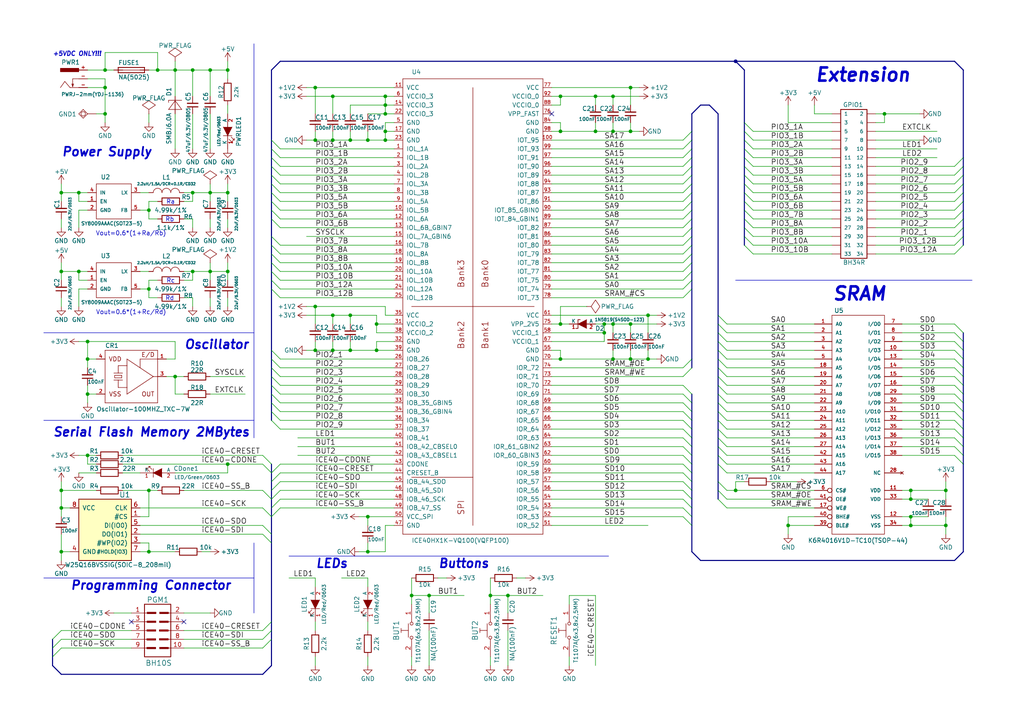
<source format=kicad_sch>
(kicad_sch (version 20230121) (generator eeschema)
  (paper "A4")
  (title_block (rev "A") (company "OLimeX LTD") (comment 1 "https://www.olimex.com/"))
  (junction (at 111.76 27.94))
  (junction (at 17.78 55.88))
  (junction (at 109.22 101.6))
  (junction (at 213.36 17.78))
  (junction (at 91.44 88.9))
  (junction (at 175.26 96.52))
  (junction (at 60.96 20.32))
  (junction (at 162.56 93.98))
  (junction (at 96.52 101.6))
  (junction (at 50.8 20.32))
  (junction (at 111.76 33.02))
  (junction (at 43.18 160.02))
  (junction (at 96.52 40.64))
  (junction (at 106.68 149.86))
  (junction (at 25.4 114.3))
  (junction (at 30.48 25.4))
  (junction (at 187.96 91.44))
  (junction (at 25.4 132.08))
  (junction (at 274.32 142.24))
  (junction (at 96.52 27.94))
  (junction (at 25.4 104.14))
  (junction (at 147.32 172.72))
  (junction (at 256.54 33.02))
  (junction (at 177.8 104.14))
  (junction (at 213.36 142.24))
  (junction (at 177.8 27.94))
  (junction (at 17.78 142.24))
  (junction (at 22.86 78.74))
  (junction (at 111.76 40.64))
  (junction (at 111.76 38.1))
  (junction (at 177.8 38.1))
  (junction (at 182.88 93.98))
  (junction (at 162.56 27.94))
  (junction (at 264.16 144.78))
  (junction (at 162.56 104.14))
  (junction (at 172.72 27.94))
  (junction (at 142.24 172.72))
  (junction (at 177.8 93.98))
  (junction (at 264.16 142.24))
  (junction (at 182.88 38.1))
  (junction (at 106.68 160.02))
  (junction (at 182.88 25.4))
  (junction (at 45.72 20.32))
  (junction (at 66.04 78.74))
  (junction (at 264.16 152.4))
  (junction (at 22.86 55.88))
  (junction (at 172.72 38.1))
  (junction (at 106.68 40.64))
  (junction (at 17.78 147.32))
  (junction (at 17.78 160.02))
  (junction (at 175.26 93.98))
  (junction (at 96.52 91.44))
  (junction (at 50.8 109.22))
  (junction (at 25.4 99.06))
  (junction (at 124.46 172.72))
  (junction (at 91.44 25.4))
  (junction (at 66.04 20.32))
  (junction (at 55.88 78.74))
  (junction (at 91.44 101.6))
  (junction (at 101.6 40.64))
  (junction (at 66.04 134.62))
  (junction (at 274.32 152.4))
  (junction (at 43.18 142.24))
  (junction (at 66.04 55.88))
  (junction (at 119.38 172.72))
  (junction (at 101.6 91.44))
  (junction (at 228.6 152.4))
  (junction (at 264.16 149.86))
  (junction (at 91.44 40.64))
  (junction (at 182.88 104.14))
  (junction (at 30.48 20.32))
  (junction (at 30.48 33.02))
  (junction (at 60.96 78.74))
  (junction (at 109.22 93.98))
  (junction (at 43.18 60.96))
  (junction (at 60.96 55.88))
  (junction (at 55.88 55.88))
  (junction (at 187.96 104.14))
  (junction (at 43.18 83.82))
  (junction (at 55.88 20.32))
  (junction (at 162.56 38.1))
  (junction (at 17.78 78.74))
  (junction (at 101.6 101.6))
  (junction (at 111.76 30.48))
  (no_connect (at 38.1 180.34))
  (no_connect (at 53.34 180.34))
  (no_connect (at 160.02 33.02))
  (bus_entry (at 208.28 132.08) (size 2.54 2.54))
  (bus_entry (at 208.28 104.14) (size 2.54 2.54))
  (bus_entry (at 208.28 96.52) (size 2.54 2.54))
  (bus_entry (at 78.74 50.8) (size 2.54 2.54))
  (bus_entry (at 78.74 185.42) (size -2.54 2.54))
  (bus_entry (at 200.66 81.28) (size -2.54 2.54))
  (bus_entry (at 215.9 40.64) (size 2.54 2.54))
  (bus_entry (at 279.4 58.42) (size -2.54 2.54))
  (bus_entry (at 198.12 147.32) (size 2.54 2.54))
  (bus_entry (at 78.74 58.42) (size 2.54 2.54))
  (bus_entry (at 198.12 114.3) (size 2.54 2.54))
  (bus_entry (at 276.86 104.14) (size 2.54 2.54))
  (bus_entry (at 279.4 50.8) (size -2.54 2.54))
  (bus_entry (at 81.28 139.7) (size -2.54 2.54))
  (bus_entry (at 276.86 111.76) (size 2.54 2.54))
  (bus_entry (at 200.66 38.1) (size -2.54 2.54))
  (bus_entry (at 279.4 68.58) (size -2.54 2.54))
  (bus_entry (at 200.66 40.64) (size -2.54 2.54))
  (bus_entry (at 208.28 93.98) (size 2.54 2.54))
  (bus_entry (at 215.9 53.34) (size 2.54 2.54))
  (bus_entry (at 215.9 71.12) (size 2.54 2.54))
  (bus_entry (at 76.2 152.4) (size 2.54 2.54))
  (bus_entry (at 76.2 154.94) (size 2.54 2.54))
  (bus_entry (at 81.28 144.78) (size -2.54 2.54))
  (bus_entry (at 78.74 78.74) (size 2.54 2.54))
  (bus_entry (at 78.74 53.34) (size 2.54 2.54))
  (bus_entry (at 215.9 35.56) (size 2.54 2.54))
  (bus_entry (at 215.9 50.8) (size 2.54 2.54))
  (bus_entry (at 215.9 68.58) (size 2.54 2.54))
  (bus_entry (at 78.74 116.84) (size 2.54 2.54))
  (bus_entry (at 276.86 114.3) (size 2.54 2.54))
  (bus_entry (at 200.66 68.58) (size -2.54 2.54))
  (bus_entry (at 198.12 134.62) (size 2.54 2.54))
  (bus_entry (at 208.28 139.7) (size 2.54 2.54))
  (bus_entry (at 78.74 43.18) (size 2.54 2.54))
  (bus_entry (at 208.28 144.78) (size 2.54 2.54))
  (bus_entry (at 215.9 48.26) (size 2.54 2.54))
  (bus_entry (at 276.86 124.46) (size 2.54 2.54))
  (bus_entry (at 279.4 60.96) (size -2.54 2.54))
  (bus_entry (at 215.9 66.04) (size 2.54 2.54))
  (bus_entry (at 78.74 111.76) (size 2.54 2.54))
  (bus_entry (at 208.28 129.54) (size 2.54 2.54))
  (bus_entry (at 279.4 45.72) (size -2.54 2.54))
  (bus_entry (at 215.9 58.42) (size 2.54 2.54))
  (bus_entry (at 208.28 101.6) (size 2.54 2.54))
  (bus_entry (at 78.74 71.12) (size 2.54 2.54))
  (bus_entry (at 200.66 48.26) (size -2.54 2.54))
  (bus_entry (at 200.66 106.68) (size -2.54 2.54))
  (bus_entry (at 279.4 55.88) (size -2.54 2.54))
  (bus_entry (at 279.4 53.34) (size -2.54 2.54))
  (bus_entry (at 198.12 116.84) (size 2.54 2.54))
  (bus_entry (at 200.66 53.34) (size -2.54 2.54))
  (bus_entry (at 276.86 109.22) (size 2.54 2.54))
  (bus_entry (at 198.12 111.76) (size 2.54 2.54))
  (bus_entry (at 198.12 127) (size 2.54 2.54))
  (bus_entry (at 276.86 132.08) (size 2.54 2.54))
  (bus_entry (at 198.12 124.46) (size 2.54 2.54))
  (bus_entry (at 78.74 109.22) (size 2.54 2.54))
  (bus_entry (at 81.28 134.62) (size -2.54 2.54))
  (bus_entry (at 200.66 76.2) (size -2.54 2.54))
  (bus_entry (at 215.9 38.1) (size 2.54 2.54))
  (bus_entry (at 276.86 127) (size 2.54 2.54))
  (bus_entry (at 276.86 106.68) (size 2.54 2.54))
  (bus_entry (at 208.28 127) (size 2.54 2.54))
  (bus_entry (at 78.74 114.3) (size 2.54 2.54))
  (bus_entry (at 200.66 66.04) (size -2.54 2.54))
  (bus_entry (at 208.28 106.68) (size 2.54 2.54))
  (bus_entry (at 276.86 129.54) (size 2.54 2.54))
  (bus_entry (at 200.66 83.82) (size -2.54 2.54))
  (bus_entry (at 78.74 121.92) (size 2.54 2.54))
  (bus_entry (at 279.4 63.5) (size -2.54 2.54))
  (bus_entry (at 200.66 58.42) (size -2.54 2.54))
  (bus_entry (at 17.78 187.96) (size -2.54 2.54))
  (bus_entry (at 276.86 116.84) (size 2.54 2.54))
  (bus_entry (at 17.78 182.88) (size -2.54 2.54))
  (bus_entry (at 208.28 134.62) (size 2.54 2.54))
  (bus_entry (at 208.28 116.84) (size 2.54 2.54))
  (bus_entry (at 208.28 119.38) (size 2.54 2.54))
  (bus_entry (at 76.2 134.62) (size 2.54 2.54))
  (bus_entry (at 198.12 144.78) (size 2.54 2.54))
  (bus_entry (at 78.74 119.38) (size 2.54 2.54))
  (bus_entry (at 78.74 106.68) (size 2.54 2.54))
  (bus_entry (at 198.12 142.24) (size 2.54 2.54))
  (bus_entry (at 78.74 48.26) (size 2.54 2.54))
  (bus_entry (at 276.86 99.06) (size 2.54 2.54))
  (bus_entry (at 198.12 137.16) (size 2.54 2.54))
  (bus_entry (at 208.28 142.24) (size 2.54 2.54))
  (bus_entry (at 81.28 142.24) (size -2.54 2.54))
  (bus_entry (at 78.74 40.64) (size 2.54 2.54))
  (bus_entry (at 279.4 66.04) (size -2.54 2.54))
  (bus_entry (at 208.28 114.3) (size 2.54 2.54))
  (bus_entry (at 78.74 63.5) (size 2.54 2.54))
  (bus_entry (at 78.74 83.82) (size 2.54 2.54))
  (bus_entry (at 200.66 60.96) (size -2.54 2.54))
  (bus_entry (at 78.74 104.14) (size 2.54 2.54))
  (bus_entry (at 208.28 124.46) (size 2.54 2.54))
  (bus_entry (at 81.28 147.32) (size -2.54 2.54))
  (bus_entry (at 276.86 101.6) (size 2.54 2.54))
  (bus_entry (at 198.12 119.38) (size 2.54 2.54))
  (bus_entry (at 200.66 104.14) (size -2.54 2.54))
  (bus_entry (at 279.4 48.26) (size -2.54 2.54))
  (bus_entry (at 276.86 119.38) (size 2.54 2.54))
  (bus_entry (at 198.12 129.54) (size 2.54 2.54))
  (bus_entry (at 215.9 43.18) (size 2.54 2.54))
  (bus_entry (at 76.2 132.08) (size 2.54 2.54))
  (bus_entry (at 200.66 55.88) (size -2.54 2.54))
  (bus_entry (at 208.28 109.22) (size 2.54 2.54))
  (bus_entry (at 78.74 73.66) (size 2.54 2.54))
  (bus_entry (at 215.9 55.88) (size 2.54 2.54))
  (bus_entry (at 208.28 111.76) (size 2.54 2.54))
  (bus_entry (at 78.74 81.28) (size 2.54 2.54))
  (bus_entry (at 279.4 71.12) (size -2.54 2.54))
  (bus_entry (at 198.12 132.08) (size 2.54 2.54))
  (bus_entry (at 200.66 45.72) (size -2.54 2.54))
  (bus_entry (at 200.66 43.18) (size -2.54 2.54))
  (bus_entry (at 78.74 60.96) (size 2.54 2.54))
  (bus_entry (at 276.86 121.92) (size 2.54 2.54))
  (bus_entry (at 200.66 63.5) (size -2.54 2.54))
  (bus_entry (at 198.12 149.86) (size 2.54 2.54))
  (bus_entry (at 78.74 76.2) (size 2.54 2.54))
  (bus_entry (at 76.2 142.24) (size 2.54 2.54))
  (bus_entry (at 198.12 139.7) (size 2.54 2.54))
  (bus_entry (at 78.74 182.88) (size -2.54 2.54))
  (bus_entry (at 78.74 180.34) (size -2.54 2.54))
  (bus_entry (at 17.78 185.42) (size -2.54 2.54))
  (bus_entry (at 78.74 68.58) (size 2.54 2.54))
  (bus_entry (at 81.28 137.16) (size -2.54 2.54))
  (bus_entry (at 208.28 99.06) (size 2.54 2.54))
  (bus_entry (at 215.9 45.72) (size 2.54 2.54))
  (bus_entry (at 78.74 101.6) (size 2.54 2.54))
  (bus_entry (at 208.28 121.92) (size 2.54 2.54))
  (bus_entry (at 276.86 96.52) (size 2.54 2.54))
  (bus_entry (at 200.66 78.74) (size -2.54 2.54))
  (bus_entry (at 200.66 50.8) (size -2.54 2.54))
  (bus_entry (at 200.66 71.12) (size -2.54 2.54))
  (bus_entry (at 215.9 60.96) (size 2.54 2.54))
  (bus_entry (at 76.2 147.32) (size 2.54 2.54))
  (bus_entry (at 276.86 93.98) (size 2.54 2.54))
  (bus_entry (at 200.66 73.66) (size -2.54 2.54))
  (bus_entry (at 215.9 63.5) (size 2.54 2.54))
  (bus_entry (at 78.74 55.88) (size 2.54 2.54))
  (bus_entry (at 198.12 121.92) (size 2.54 2.54))
  (bus_entry (at 208.28 91.44) (size 2.54 2.54))
  (bus_entry (at 78.74 45.72) (size 2.54 2.54))
  (wire (pts (xy 50.8 20.32) (xy 50.8 27.94)))
  (wire (pts (xy 198.12 116.84) (xy 160.02 116.84)))
  (wire (pts (xy 198.12 45.72) (xy 160.02 45.72)))
  (bus (pts (xy 78.74 53.34) (xy 78.74 55.88)))
  (wire (pts (xy 50.8 20.32) (xy 55.88 20.32)))
  (wire (pts (xy 177.8 35.56) (xy 177.8 38.1)))
  (wire (pts (xy 236.22 149.86) (xy 228.6 149.86)))
  (bus (pts (xy 200.66 137.16) (xy 200.66 139.7)))
  (bus (pts (xy 215.9 43.18) (xy 215.9 45.72)))
  (bus (pts (xy 205.74 30.48) (xy 203.2 30.48)))
  (polyline (pts (xy 73.66 12.7) (xy 73.66 127)))
  (bus (pts (xy 279.4 101.6) (xy 279.4 99.06)))
  (wire (pts (xy 147.32 172.72) (xy 147.32 177.8)))
  (bus (pts (xy 78.74 142.24) (xy 78.74 144.78)))
  (wire (pts (xy 76.2 147.32) (xy 40.64 147.32)))
  (wire (pts (xy 27.94 33.02) (xy 30.48 33.02)))
  (wire (pts (xy 25.4 25.4) (xy 30.48 25.4)))
  (wire (pts (xy 182.88 35.56) (xy 182.88 38.1)))
  (bus (pts (xy 200.66 139.7) (xy 200.66 142.24)))
  (bus (pts (xy 78.74 149.86) (xy 78.74 154.94)))
  (wire (pts (xy 274.32 149.86) (xy 274.32 152.4)))
  (wire (pts (xy 101.6 30.48) (xy 111.76 30.48)))
  (wire (pts (xy 43.18 142.24) (xy 45.72 142.24)))
  (wire (pts (xy 198.12 63.5) (xy 160.02 63.5)))
  (bus (pts (xy 215.9 58.42) (xy 215.9 60.96)))
  (wire (pts (xy 38.1 177.8) (xy 33.02 177.8)))
  (wire (pts (xy 198.12 66.04) (xy 160.02 66.04)))
  (wire (pts (xy 177.8 93.98) (xy 182.88 93.98)))
  (wire (pts (xy 25.4 114.3) (xy 25.4 116.84)))
  (wire (pts (xy 198.12 119.38) (xy 160.02 119.38)))
  (wire (pts (xy 177.8 27.94) (xy 185.42 27.94)))
  (wire (pts (xy 45.72 58.42) (xy 43.18 58.42)))
  (bus (pts (xy 200.66 132.08) (xy 200.66 134.62)))
  (wire (pts (xy 241.3 45.72) (xy 218.44 45.72)))
  (bus (pts (xy 208.28 111.76) (xy 208.28 114.3)))
  (bus (pts (xy 78.74 111.76) (xy 78.74 114.3)))
  (wire (pts (xy 66.04 88.9) (xy 66.04 86.36)))
  (bus (pts (xy 78.74 139.7) (xy 78.74 142.24)))
  (wire (pts (xy 162.56 38.1) (xy 172.72 38.1)))
  (wire (pts (xy 119.38 172.72) (xy 119.38 175.26)))
  (wire (pts (xy 114.3 53.34) (xy 81.28 53.34)))
  (bus (pts (xy 208.28 139.7) (xy 208.28 142.24)))
  (wire (pts (xy 241.3 38.1) (xy 218.44 38.1)))
  (bus (pts (xy 208.28 114.3) (xy 208.28 116.84)))
  (wire (pts (xy 160.02 86.36) (xy 198.12 86.36)))
  (wire (pts (xy 241.3 58.42) (xy 218.44 58.42)))
  (polyline (pts (xy 281.94 81.28) (xy 213.36 81.28)))
  (wire (pts (xy 241.3 35.56) (xy 228.6 35.56)))
  (wire (pts (xy 160.02 142.24) (xy 198.12 142.24)))
  (wire (pts (xy 264.16 144.78) (xy 264.16 142.24)))
  (wire (pts (xy 114.3 63.5) (xy 81.28 63.5)))
  (wire (pts (xy 106.68 149.86) (xy 114.3 149.86)))
  (wire (pts (xy 50.8 114.3) (xy 53.34 114.3)))
  (wire (pts (xy 76.2 152.4) (xy 40.64 152.4)))
  (bus (pts (xy 215.9 66.04) (xy 215.9 68.58)))
  (wire (pts (xy 109.22 99.06) (xy 109.22 101.6)))
  (wire (pts (xy 76.2 132.08) (xy 35.56 132.08)))
  (bus (pts (xy 279.4 53.34) (xy 279.4 55.88)))
  (wire (pts (xy 213.36 142.24) (xy 236.22 142.24)))
  (wire (pts (xy 213.36 139.7) (xy 213.36 142.24)))
  (wire (pts (xy 114.3 116.84) (xy 81.28 116.84)))
  (wire (pts (xy 104.14 160.02) (xy 106.68 160.02)))
  (wire (pts (xy 114.3 124.46) (xy 81.28 124.46)))
  (wire (pts (xy 261.62 114.3) (xy 276.86 114.3)))
  (wire (pts (xy 241.3 60.96) (xy 218.44 60.96)))
  (wire (pts (xy 55.88 63.5) (xy 55.88 66.04)))
  (wire (pts (xy 66.04 30.48) (xy 66.04 33.02)))
  (bus (pts (xy 208.28 91.44) (xy 208.28 93.98)))
  (bus (pts (xy 215.9 48.26) (xy 215.9 50.8)))
  (wire (pts (xy 236.22 147.32) (xy 210.82 147.32)))
  (wire (pts (xy 60.96 78.74) (xy 66.04 78.74)))
  (wire (pts (xy 236.22 104.14) (xy 210.82 104.14)))
  (wire (pts (xy 38.1 187.96) (xy 17.78 187.96)))
  (wire (pts (xy 236.22 144.78) (xy 210.82 144.78)))
  (bus (pts (xy 200.66 45.72) (xy 200.66 48.26)))
  (wire (pts (xy 101.6 38.1) (xy 101.6 40.64)))
  (wire (pts (xy 109.22 96.52) (xy 114.3 96.52)))
  (bus (pts (xy 279.4 160.02) (xy 279.4 134.62)))
  (wire (pts (xy 236.22 116.84) (xy 210.82 116.84)))
  (wire (pts (xy 96.52 27.94) (xy 111.76 27.94)))
  (polyline (pts (xy 73.66 96.52) (xy 12.7 96.52)))
  (wire (pts (xy 236.22 114.3) (xy 210.82 114.3)))
  (wire (pts (xy 17.78 78.74) (xy 22.86 78.74)))
  (wire (pts (xy 25.4 22.86) (xy 30.48 22.86)))
  (bus (pts (xy 279.4 124.46) (xy 279.4 121.92)))
  (wire (pts (xy 241.3 53.34) (xy 218.44 53.34)))
  (wire (pts (xy 40.64 55.88) (xy 43.18 55.88)))
  (wire (pts (xy 228.6 35.56) (xy 228.6 30.48)))
  (bus (pts (xy 78.74 134.62) (xy 78.74 137.16)))
  (wire (pts (xy 91.44 101.6) (xy 96.52 101.6)))
  (bus (pts (xy 78.74 78.74) (xy 78.74 81.28)))
  (wire (pts (xy 22.86 83.82) (xy 22.86 88.9)))
  (wire (pts (xy 25.4 58.42) (xy 22.86 58.42)))
  (bus (pts (xy 78.74 182.88) (xy 78.74 185.42)))
  (wire (pts (xy 111.76 40.64) (xy 114.3 40.64)))
  (wire (pts (xy 111.76 35.56) (xy 111.76 38.1)))
  (wire (pts (xy 66.04 134.62) (xy 76.2 134.62)))
  (bus (pts (xy 279.4 129.54) (xy 279.4 127)))
  (wire (pts (xy 55.88 86.36) (xy 55.88 88.9)))
  (wire (pts (xy 109.22 91.44) (xy 109.22 93.98)))
  (wire (pts (xy 124.46 172.72) (xy 134.62 172.72)))
  (wire (pts (xy 162.56 88.9) (xy 162.56 93.98)))
  (wire (pts (xy 261.62 127) (xy 276.86 127)))
  (wire (pts (xy 91.44 88.9) (xy 91.44 93.98)))
  (bus (pts (xy 17.78 195.58) (xy 15.24 193.04)))
  (wire (pts (xy 198.12 50.8) (xy 160.02 50.8)))
  (bus (pts (xy 200.66 40.64) (xy 200.66 43.18)))
  (wire (pts (xy 177.8 96.52) (xy 177.8 93.98)))
  (bus (pts (xy 208.28 134.62) (xy 208.28 139.7)))
  (wire (pts (xy 236.22 137.16) (xy 210.82 137.16)))
  (wire (pts (xy 198.12 55.88) (xy 160.02 55.88)))
  (bus (pts (xy 215.9 63.5) (xy 215.9 66.04)))
  (bus (pts (xy 200.66 53.34) (xy 200.66 55.88)))
  (wire (pts (xy 114.3 50.8) (xy 81.28 50.8)))
  (bus (pts (xy 15.24 190.5) (xy 15.24 187.96)))
  (wire (pts (xy 109.22 93.98) (xy 114.3 93.98)))
  (wire (pts (xy 241.3 50.8) (xy 218.44 50.8)))
  (wire (pts (xy 91.44 40.64) (xy 96.52 40.64)))
  (wire (pts (xy 236.22 132.08) (xy 210.82 132.08)))
  (wire (pts (xy 198.12 40.64) (xy 160.02 40.64)))
  (wire (pts (xy 17.78 63.5) (xy 17.78 66.04)))
  (wire (pts (xy 142.24 172.72) (xy 147.32 172.72)))
  (bus (pts (xy 215.9 68.58) (xy 215.9 71.12)))
  (wire (pts (xy 86.36 129.54) (xy 114.3 129.54)))
  (wire (pts (xy 160.02 137.16) (xy 198.12 137.16)))
  (wire (pts (xy 17.78 147.32) (xy 17.78 149.86)))
  (bus (pts (xy 208.28 116.84) (xy 208.28 119.38)))
  (wire (pts (xy 27.94 142.24) (xy 17.78 142.24)))
  (wire (pts (xy 66.04 20.32) (xy 66.04 22.86)))
  (wire (pts (xy 165.1 172.72) (xy 172.72 172.72)))
  (wire (pts (xy 60.96 53.34) (xy 60.96 55.88)))
  (wire (pts (xy 187.96 101.6) (xy 187.96 104.14)))
  (wire (pts (xy 60.96 114.3) (xy 71.12 114.3)))
  (wire (pts (xy 50.8 17.78) (xy 50.8 20.32)))
  (wire (pts (xy 17.78 154.94) (xy 17.78 160.02)))
  (wire (pts (xy 198.12 78.74) (xy 160.02 78.74)))
  (wire (pts (xy 182.88 93.98) (xy 190.5 93.98)))
  (wire (pts (xy 261.62 132.08) (xy 276.86 132.08)))
  (bus (pts (xy 279.4 99.06) (xy 279.4 96.52)))
  (bus (pts (xy 78.74 157.48) (xy 78.74 180.34)))
  (bus (pts (xy 215.9 53.34) (xy 215.9 55.88)))
  (wire (pts (xy 114.3 60.96) (xy 81.28 60.96)))
  (wire (pts (xy 91.44 99.06) (xy 91.44 101.6)))
  (wire (pts (xy 114.3 83.82) (xy 81.28 83.82)))
  (bus (pts (xy 78.74 114.3) (xy 78.74 116.84)))
  (wire (pts (xy 142.24 167.64) (xy 142.24 172.72)))
  (wire (pts (xy 241.3 66.04) (xy 218.44 66.04)))
  (bus (pts (xy 279.4 109.22) (xy 279.4 106.68)))
  (wire (pts (xy 241.3 63.5) (xy 218.44 63.5)))
  (wire (pts (xy 17.78 55.88) (xy 22.86 55.88)))
  (wire (pts (xy 86.36 132.08) (xy 114.3 132.08)))
  (wire (pts (xy 160.02 144.78) (xy 198.12 144.78)))
  (wire (pts (xy 40.64 137.16) (xy 35.56 137.16)))
  (wire (pts (xy 172.72 30.48) (xy 172.72 27.94)))
  (wire (pts (xy 101.6 99.06) (xy 101.6 101.6)))
  (wire (pts (xy 17.78 139.7) (xy 17.78 142.24)))
  (wire (pts (xy 96.52 91.44) (xy 101.6 91.44)))
  (wire (pts (xy 236.22 119.38) (xy 210.82 119.38)))
  (bus (pts (xy 208.28 119.38) (xy 208.28 121.92)))
  (wire (pts (xy 129.54 167.64) (xy 127 167.64)))
  (wire (pts (xy 182.88 101.6) (xy 182.88 104.14)))
  (wire (pts (xy 17.78 147.32) (xy 20.32 147.32)))
  (wire (pts (xy 55.88 81.28) (xy 53.34 81.28)))
  (wire (pts (xy 109.22 101.6) (xy 114.3 101.6)))
  (wire (pts (xy 114.3 109.22) (xy 81.28 109.22)))
  (bus (pts (xy 200.66 50.8) (xy 200.66 53.34)))
  (bus (pts (xy 200.66 160.02) (xy 203.2 162.56)))
  (wire (pts (xy 109.22 99.06) (xy 114.3 99.06)))
  (wire (pts (xy 172.72 38.1) (xy 177.8 38.1)))
  (wire (pts (xy 111.76 30.48) (xy 111.76 33.02)))
  (wire (pts (xy 106.68 40.64) (xy 111.76 40.64)))
  (bus (pts (xy 200.66 144.78) (xy 200.66 147.32)))
  (wire (pts (xy 91.44 180.34) (xy 91.44 182.88)))
  (wire (pts (xy 172.72 172.72) (xy 172.72 193.04)))
  (wire (pts (xy 22.86 60.96) (xy 22.86 66.04)))
  (bus (pts (xy 279.4 106.68) (xy 279.4 104.14)))
  (bus (pts (xy 78.74 137.16) (xy 78.74 139.7)))
  (wire (pts (xy 88.9 91.44) (xy 96.52 91.44)))
  (wire (pts (xy 198.12 60.96) (xy 160.02 60.96)))
  (bus (pts (xy 279.4 66.04) (xy 279.4 68.58)))
  (wire (pts (xy 177.8 27.94) (xy 177.8 30.48)))
  (wire (pts (xy 106.68 170.18) (xy 106.68 167.64)))
  (wire (pts (xy 162.56 104.14) (xy 177.8 104.14)))
  (bus (pts (xy 200.66 33.02) (xy 200.66 38.1)))
  (bus (pts (xy 279.4 119.38) (xy 279.4 116.84)))
  (wire (pts (xy 114.3 81.28) (xy 81.28 81.28)))
  (wire (pts (xy 198.12 124.46) (xy 160.02 124.46)))
  (wire (pts (xy 22.86 81.28) (xy 22.86 78.74)))
  (bus (pts (xy 279.4 111.76) (xy 279.4 109.22)))
  (wire (pts (xy 198.12 71.12) (xy 160.02 71.12)))
  (wire (pts (xy 43.18 157.48) (xy 40.64 157.48)))
  (wire (pts (xy 160.02 104.14) (xy 162.56 104.14)))
  (wire (pts (xy 175.26 96.52) (xy 160.02 96.52)))
  (wire (pts (xy 22.86 55.88) (xy 25.4 55.88)))
  (wire (pts (xy 88.9 25.4) (xy 91.44 25.4)))
  (wire (pts (xy 175.26 99.06) (xy 160.02 99.06)))
  (wire (pts (xy 76.2 154.94) (xy 40.64 154.94)))
  (wire (pts (xy 114.3 106.68) (xy 81.28 106.68)))
  (wire (pts (xy 254 35.56) (xy 256.54 35.56)))
  (wire (pts (xy 30.48 15.24) (xy 45.72 15.24)))
  (wire (pts (xy 53.34 55.88) (xy 55.88 55.88)))
  (wire (pts (xy 261.62 109.22) (xy 276.86 109.22)))
  (wire (pts (xy 198.12 76.2) (xy 160.02 76.2)))
  (wire (pts (xy 261.62 104.14) (xy 276.86 104.14)))
  (wire (pts (xy 172.72 27.94) (xy 177.8 27.94)))
  (wire (pts (xy 165.1 172.72) (xy 165.1 175.26)))
  (bus (pts (xy 78.74 101.6) (xy 78.74 104.14)))
  (wire (pts (xy 38.1 185.42) (xy 17.78 185.42)))
  (wire (pts (xy 114.3 73.66) (xy 81.28 73.66)))
  (bus (pts (xy 208.28 104.14) (xy 208.28 106.68)))
  (wire (pts (xy 60.96 78.74) (xy 60.96 81.28)))
  (bus (pts (xy 78.74 119.38) (xy 78.74 121.92)))
  (wire (pts (xy 114.3 134.62) (xy 81.28 134.62)))
  (wire (pts (xy 96.52 27.94) (xy 96.52 33.02)))
  (wire (pts (xy 241.3 55.88) (xy 218.44 55.88)))
  (bus (pts (xy 15.24 187.96) (xy 15.24 185.42)))
  (bus (pts (xy 208.28 101.6) (xy 208.28 104.14)))
  (wire (pts (xy 17.78 78.74) (xy 17.78 81.28)))
  (wire (pts (xy 60.96 66.04) (xy 60.96 63.5)))
  (bus (pts (xy 279.4 63.5) (xy 279.4 66.04)))
  (bus (pts (xy 200.66 142.24) (xy 200.66 144.78)))
  (wire (pts (xy 66.04 55.88) (xy 66.04 58.42)))
  (bus (pts (xy 78.74 76.2) (xy 78.74 78.74)))
  (wire (pts (xy 198.12 43.18) (xy 160.02 43.18)))
  (wire (pts (xy 17.78 160.02) (xy 17.78 162.56)))
  (wire (pts (xy 43.18 160.02) (xy 50.8 160.02)))
  (wire (pts (xy 215.9 139.7) (xy 213.36 139.7)))
  (wire (pts (xy 114.3 142.24) (xy 81.28 142.24)))
  (wire (pts (xy 182.88 93.98) (xy 182.88 96.52)))
  (wire (pts (xy 43.18 60.96) (xy 40.64 60.96)))
  (wire (pts (xy 254 55.88) (xy 276.86 55.88)))
  (bus (pts (xy 208.28 132.08) (xy 208.28 134.62)))
  (wire (pts (xy 66.04 76.2) (xy 66.04 78.74)))
  (bus (pts (xy 200.66 81.28) (xy 200.66 83.82)))
  (wire (pts (xy 55.88 58.42) (xy 53.34 58.42)))
  (wire (pts (xy 60.96 55.88) (xy 66.04 55.88)))
  (wire (pts (xy 104.14 149.86) (xy 106.68 149.86)))
  (wire (pts (xy 261.62 124.46) (xy 276.86 124.46)))
  (bus (pts (xy 200.66 43.18) (xy 200.66 45.72)))
  (wire (pts (xy 22.86 137.16) (xy 27.94 137.16)))
  (wire (pts (xy 106.68 193.04) (xy 106.68 190.5)))
  (wire (pts (xy 101.6 93.98) (xy 101.6 91.44)))
  (wire (pts (xy 91.44 170.18) (xy 91.44 167.64)))
  (bus (pts (xy 208.28 129.54) (xy 208.28 132.08)))
  (bus (pts (xy 78.74 58.42) (xy 78.74 60.96)))
  (wire (pts (xy 162.56 101.6) (xy 162.56 104.14)))
  (bus (pts (xy 213.36 17.78) (xy 276.86 17.78)))
  (bus (pts (xy 78.74 60.96) (xy 78.74 63.5)))
  (wire (pts (xy 106.68 152.4) (xy 106.68 149.86)))
  (wire (pts (xy 264.16 152.4) (xy 274.32 152.4)))
  (wire (pts (xy 114.3 43.18) (xy 81.28 43.18)))
  (bus (pts (xy 200.66 76.2) (xy 200.66 78.74)))
  (wire (pts (xy 210.82 142.24) (xy 213.36 142.24)))
  (wire (pts (xy 236.22 96.52) (xy 210.82 96.52)))
  (wire (pts (xy 53.34 142.24) (xy 76.2 142.24)))
  (wire (pts (xy 236.22 111.76) (xy 210.82 111.76)))
  (bus (pts (xy 215.9 38.1) (xy 215.9 40.64)))
  (bus (pts (xy 200.66 147.32) (xy 200.66 149.86)))
  (wire (pts (xy 27.94 134.62) (xy 25.4 134.62)))
  (wire (pts (xy 261.62 111.76) (xy 276.86 111.76)))
  (bus (pts (xy 78.74 81.28) (xy 78.74 83.82)))
  (wire (pts (xy 271.78 38.1) (xy 254 38.1)))
  (wire (pts (xy 254 68.58) (xy 276.86 68.58)))
  (wire (pts (xy 142.24 172.72) (xy 142.24 175.26)))
  (wire (pts (xy 60.96 20.32) (xy 66.04 20.32)))
  (wire (pts (xy 256.54 33.02) (xy 266.7 33.02)))
  (wire (pts (xy 114.3 78.74) (xy 81.28 78.74)))
  (wire (pts (xy 66.04 137.16) (xy 66.04 134.62)))
  (bus (pts (xy 78.74 50.8) (xy 78.74 53.34)))
  (bus (pts (xy 208.28 96.52) (xy 208.28 99.06)))
  (wire (pts (xy 111.76 33.02) (xy 114.3 33.02)))
  (wire (pts (xy 22.86 58.42) (xy 22.86 55.88)))
  (wire (pts (xy 264.16 149.86) (xy 269.24 149.86)))
  (wire (pts (xy 101.6 91.44) (xy 109.22 91.44)))
  (wire (pts (xy 124.46 172.72) (xy 124.46 177.8)))
  (wire (pts (xy 55.88 78.74) (xy 60.96 78.74)))
  (wire (pts (xy 187.96 91.44) (xy 187.96 96.52)))
  (bus (pts (xy 200.66 68.58) (xy 200.66 71.12)))
  (bus (pts (xy 200.66 60.96) (xy 200.66 63.5)))
  (polyline (pts (xy 12.7 121.92) (xy 73.66 121.92)))
  (wire (pts (xy 182.88 25.4) (xy 182.88 30.48)))
  (bus (pts (xy 78.74 116.84) (xy 78.74 119.38)))
  (wire (pts (xy 66.04 66.04) (xy 66.04 63.5)))
  (bus (pts (xy 200.66 116.84) (xy 200.66 119.38)))
  (bus (pts (xy 200.66 38.1) (xy 200.66 40.64)))
  (wire (pts (xy 160.02 38.1) (xy 162.56 38.1)))
  (wire (pts (xy 198.12 83.82) (xy 160.02 83.82)))
  (bus (pts (xy 200.66 71.12) (xy 200.66 73.66)))
  (bus (pts (xy 78.74 106.68) (xy 78.74 109.22)))
  (bus (pts (xy 200.66 149.86) (xy 200.66 152.4)))
  (wire (pts (xy 114.3 86.36) (xy 81.28 86.36)))
  (wire (pts (xy 96.52 40.64) (xy 101.6 40.64)))
  (bus (pts (xy 78.74 193.04) (xy 76.2 195.58)))
  (wire (pts (xy 88.9 101.6) (xy 91.44 101.6)))
  (bus (pts (xy 78.74 71.12) (xy 78.74 73.66)))
  (wire (pts (xy 76.2 185.42) (xy 53.34 185.42)))
  (wire (pts (xy 114.3 38.1) (xy 111.76 38.1)))
  (wire (pts (xy 114.3 48.26) (xy 81.28 48.26)))
  (wire (pts (xy 111.76 27.94) (xy 111.76 30.48)))
  (wire (pts (xy 182.88 25.4) (xy 185.42 25.4)))
  (wire (pts (xy 50.8 109.22) (xy 53.34 109.22)))
  (wire (pts (xy 114.3 66.04) (xy 81.28 66.04)))
  (bus (pts (xy 78.74 40.64) (xy 78.74 43.18)))
  (wire (pts (xy 119.38 167.64) (xy 119.38 172.72)))
  (wire (pts (xy 88.9 40.64) (xy 91.44 40.64)))
  (wire (pts (xy 241.3 68.58) (xy 218.44 68.58)))
  (wire (pts (xy 60.96 76.2) (xy 60.96 78.74)))
  (wire (pts (xy 114.3 144.78) (xy 81.28 144.78)))
  (bus (pts (xy 78.74 55.88) (xy 78.74 58.42)))
  (wire (pts (xy 236.22 129.54) (xy 210.82 129.54)))
  (wire (pts (xy 236.22 124.46) (xy 210.82 124.46)))
  (wire (pts (xy 106.68 38.1) (xy 106.68 40.64)))
  (bus (pts (xy 15.24 193.04) (xy 15.24 190.5)))
  (wire (pts (xy 254 40.64) (xy 266.7 40.64)))
  (wire (pts (xy 172.72 35.56) (xy 172.72 38.1)))
  (wire (pts (xy 254 63.5) (xy 276.86 63.5)))
  (bus (pts (xy 200.66 104.14) (xy 200.66 106.68)))
  (wire (pts (xy 55.88 43.18) (xy 55.88 33.02)))
  (wire (pts (xy 231.14 139.7) (xy 223.52 139.7)))
  (wire (pts (xy 111.76 27.94) (xy 114.3 27.94)))
  (bus (pts (xy 78.74 48.26) (xy 78.74 50.8)))
  (wire (pts (xy 101.6 101.6) (xy 109.22 101.6)))
  (wire (pts (xy 198.12 53.34) (xy 160.02 53.34)))
  (bus (pts (xy 78.74 68.58) (xy 78.74 71.12)))
  (wire (pts (xy 109.22 93.98) (xy 109.22 96.52)))
  (bus (pts (xy 279.4 114.3) (xy 279.4 111.76)))
  (wire (pts (xy 111.76 30.48) (xy 114.3 30.48)))
  (wire (pts (xy 25.4 60.96) (xy 22.86 60.96)))
  (wire (pts (xy 162.56 35.56) (xy 162.56 38.1)))
  (wire (pts (xy 106.68 180.34) (xy 106.68 182.88)))
  (wire (pts (xy 25.4 81.28) (xy 22.86 81.28)))
  (bus (pts (xy 215.9 45.72) (xy 215.9 48.26)))
  (wire (pts (xy 241.3 73.66) (xy 218.44 73.66)))
  (wire (pts (xy 254 53.34) (xy 276.86 53.34)))
  (wire (pts (xy 264.16 149.86) (xy 264.16 152.4)))
  (wire (pts (xy 261.62 116.84) (xy 276.86 116.84)))
  (wire (pts (xy 60.96 88.9) (xy 60.96 86.36)))
  (wire (pts (xy 198.12 48.26) (xy 160.02 48.26)))
  (wire (pts (xy 261.62 93.98) (xy 276.86 93.98)))
  (wire (pts (xy 254 71.12) (xy 276.86 71.12)))
  (wire (pts (xy 22.86 78.74) (xy 25.4 78.74)))
  (wire (pts (xy 114.3 35.56) (xy 111.76 35.56)))
  (wire (pts (xy 261.62 121.92) (xy 276.86 121.92)))
  (wire (pts (xy 88.9 88.9) (xy 91.44 88.9)))
  (wire (pts (xy 198.12 109.22) (xy 160.02 109.22)))
  (wire (pts (xy 274.32 142.24) (xy 274.32 144.78)))
  (wire (pts (xy 175.26 96.52) (xy 175.26 99.06)))
  (wire (pts (xy 45.72 81.28) (xy 43.18 81.28)))
  (wire (pts (xy 172.72 93.98) (xy 175.26 93.98)))
  (wire (pts (xy 236.22 106.68) (xy 210.82 106.68)))
  (polyline (pts (xy 83.82 161.29) (xy 176.53 161.29)))
  (wire (pts (xy 114.3 137.16) (xy 81.28 137.16)))
  (wire (pts (xy 66.04 78.74) (xy 66.04 81.28)))
  (wire (pts (xy 25.4 132.08) (xy 27.94 132.08)))
  (bus (pts (xy 78.74 45.72) (xy 78.74 48.26)))
  (wire (pts (xy 53.34 177.8) (xy 60.96 177.8)))
  (wire (pts (xy 106.68 157.48) (xy 106.68 160.02)))
  (wire (pts (xy 91.44 38.1) (xy 91.44 40.64)))
  (wire (pts (xy 43.18 20.32) (xy 45.72 20.32)))
  (bus (pts (xy 200.66 152.4) (xy 200.66 160.02)))
  (bus (pts (xy 208.28 93.98) (xy 208.28 96.52)))
  (wire (pts (xy 43.18 63.5) (xy 45.72 63.5)))
  (wire (pts (xy 76.2 187.96) (xy 53.34 187.96)))
  (wire (pts (xy 198.12 81.28) (xy 160.02 81.28)))
  (bus (pts (xy 215.9 50.8) (xy 215.9 53.34)))
  (wire (pts (xy 106.68 33.02) (xy 111.76 33.02)))
  (wire (pts (xy 27.94 104.14) (xy 25.4 104.14)))
  (wire (pts (xy 114.3 121.92) (xy 81.28 121.92)))
  (wire (pts (xy 17.78 76.2) (xy 17.78 78.74)))
  (bus (pts (xy 78.74 185.42) (xy 78.74 193.04)))
  (wire (pts (xy 91.44 167.64) (xy 83.82 167.64)))
  (bus (pts (xy 215.9 20.32) (xy 215.9 35.56)))
  (wire (pts (xy 45.72 20.32) (xy 50.8 20.32)))
  (wire (pts (xy 60.96 160.02) (xy 58.42 160.02)))
  (wire (pts (xy 261.62 142.24) (xy 264.16 142.24)))
  (wire (pts (xy 114.3 45.72) (xy 81.28 45.72)))
  (wire (pts (xy 198.12 132.08) (xy 160.02 132.08)))
  (wire (pts (xy 53.34 86.36) (xy 55.88 86.36)))
  (bus (pts (xy 215.9 35.56) (xy 215.9 38.1)))
  (wire (pts (xy 271.78 45.72) (xy 254 45.72)))
  (wire (pts (xy 50.8 43.18) (xy 50.8 33.02)))
  (wire (pts (xy 114.3 147.32) (xy 81.28 147.32)))
  (wire (pts (xy 162.56 101.6) (xy 160.02 101.6)))
  (wire (pts (xy 50.8 99.06) (xy 50.8 104.14)))
  (bus (pts (xy 215.9 40.64) (xy 215.9 43.18)))
  (bus (pts (xy 208.28 142.24) (xy 208.28 144.78)))
  (wire (pts (xy 274.32 139.7) (xy 274.32 142.24)))
  (bus (pts (xy 276.86 162.56) (xy 279.4 160.02)))
  (wire (pts (xy 261.62 149.86) (xy 264.16 149.86)))
  (wire (pts (xy 91.44 193.04) (xy 91.44 190.5)))
  (wire (pts (xy 88.9 68.58) (xy 114.3 68.58)))
  (wire (pts (xy 111.76 91.44) (xy 111.76 88.9)))
  (wire (pts (xy 20.32 160.02) (xy 17.78 160.02)))
  (bus (pts (xy 78.74 20.32) (xy 78.74 40.64)))
  (wire (pts (xy 228.6 149.86) (xy 228.6 152.4)))
  (bus (pts (xy 200.66 127) (xy 200.66 129.54)))
  (wire (pts (xy 17.78 55.88) (xy 17.78 58.42)))
  (wire (pts (xy 114.3 114.3) (xy 81.28 114.3)))
  (wire (pts (xy 22.86 99.06) (xy 25.4 99.06)))
  (wire (pts (xy 162.56 35.56) (xy 160.02 35.56)))
  (bus (pts (xy 279.4 50.8) (xy 279.4 53.34)))
  (bus (pts (xy 279.4 127) (xy 279.4 124.46)))
  (wire (pts (xy 160.02 147.32) (xy 198.12 147.32)))
  (wire (pts (xy 198.12 114.3) (xy 160.02 114.3)))
  (wire (pts (xy 91.44 88.9) (xy 111.76 88.9)))
  (wire (pts (xy 160.02 139.7) (xy 198.12 139.7)))
  (wire (pts (xy 60.96 109.22) (xy 71.12 109.22)))
  (wire (pts (xy 254 33.02) (xy 256.54 33.02)))
  (wire (pts (xy 198.12 129.54) (xy 160.02 129.54)))
  (wire (pts (xy 55.88 20.32) (xy 55.88 27.94)))
  (wire (pts (xy 50.8 109.22) (xy 50.8 114.3)))
  (wire (pts (xy 114.3 55.88) (xy 81.28 55.88)))
  (wire (pts (xy 198.12 68.58) (xy 160.02 68.58)))
  (bus (pts (xy 200.66 63.5) (xy 200.66 66.04)))
  (wire (pts (xy 236.22 121.92) (xy 210.82 121.92)))
  (polyline (pts (xy 73.66 167.64) (xy 12.7 167.64)))
  (wire (pts (xy 162.56 93.98) (xy 165.1 93.98)))
  (bus (pts (xy 279.4 104.14) (xy 279.4 101.6)))
  (polyline (pts (xy 73.66 157.48) (xy 73.66 177.8)))
  (bus (pts (xy 200.66 73.66) (xy 200.66 76.2)))
  (bus (pts (xy 276.86 17.78) (xy 279.4 20.32)))
  (bus (pts (xy 279.4 48.26) (xy 279.4 50.8)))
  (wire (pts (xy 274.32 152.4) (xy 274.32 154.94)))
  (bus (pts (xy 200.66 83.82) (xy 200.66 104.14)))
  (wire (pts (xy 96.52 91.44) (xy 96.52 93.98)))
  (wire (pts (xy 198.12 127) (xy 160.02 127)))
  (wire (pts (xy 40.64 149.86) (xy 43.18 149.86)))
  (wire (pts (xy 53.34 182.88) (xy 76.2 182.88)))
  (wire (pts (xy 35.56 134.62) (xy 66.04 134.62)))
  (wire (pts (xy 177.8 38.1) (xy 182.88 38.1)))
  (wire (pts (xy 114.3 119.38) (xy 81.28 119.38)))
  (wire (pts (xy 111.76 152.4) (xy 111.76 160.02)))
  (wire (pts (xy 254 66.04) (xy 276.86 66.04)))
  (bus (pts (xy 200.66 124.46) (xy 200.66 127)))
  (wire (pts (xy 256.54 35.56) (xy 256.54 33.02)))
  (wire (pts (xy 187.96 104.14) (xy 190.5 104.14)))
  (bus (pts (xy 279.4 134.62) (xy 279.4 132.08)))
  (bus (pts (xy 208.28 127) (xy 208.28 129.54)))
  (wire (pts (xy 114.3 71.12) (xy 81.28 71.12)))
  (wire (pts (xy 261.62 106.68) (xy 276.86 106.68)))
  (wire (pts (xy 55.88 55.88) (xy 60.96 55.88)))
  (wire (pts (xy 236.22 101.6) (xy 210.82 101.6)))
  (bus (pts (xy 279.4 55.88) (xy 279.4 58.42)))
  (wire (pts (xy 114.3 139.7) (xy 81.28 139.7)))
  (wire (pts (xy 142.24 193.04) (xy 142.24 190.5)))
  (wire (pts (xy 165.1 193.04) (xy 165.1 190.5)))
  (wire (pts (xy 241.3 40.64) (xy 218.44 40.64)))
  (wire (pts (xy 124.46 193.04) (xy 124.46 182.88)))
  (wire (pts (xy 106.68 167.64) (xy 99.06 167.64)))
  (bus (pts (xy 76.2 195.58) (xy 17.78 195.58)))
  (wire (pts (xy 30.48 15.24) (xy 30.48 20.32)))
  (wire (pts (xy 43.18 81.28) (xy 43.18 83.82)))
  (bus (pts (xy 78.74 83.82) (xy 78.74 101.6)))
  (wire (pts (xy 111.76 38.1) (xy 111.76 40.64)))
  (wire (pts (xy 55.88 55.88) (xy 55.88 58.42)))
  (bus (pts (xy 78.74 154.94) (xy 78.74 157.48)))
  (wire (pts (xy 86.36 127) (xy 114.3 127)))
  (bus (pts (xy 279.4 116.84) (xy 279.4 114.3)))
  (wire (pts (xy 17.78 86.36) (xy 17.78 88.9)))
  (wire (pts (xy 175.26 93.98) (xy 175.26 96.52)))
  (bus (pts (xy 279.4 68.58) (xy 279.4 71.12)))
  (wire (pts (xy 160.02 152.4) (xy 187.96 152.4)))
  (wire (pts (xy 43.18 58.42) (xy 43.18 60.96)))
  (bus (pts (xy 279.4 60.96) (xy 279.4 63.5)))
  (wire (pts (xy 175.26 93.98) (xy 177.8 93.98)))
  (wire (pts (xy 22.86 132.08) (xy 25.4 132.08)))
  (wire (pts (xy 60.96 43.18) (xy 60.96 33.02)))
  (wire (pts (xy 160.02 93.98) (xy 162.56 93.98)))
  (wire (pts (xy 187.96 91.44) (xy 190.5 91.44)))
  (wire (pts (xy 101.6 30.48) (xy 101.6 33.02)))
  (wire (pts (xy 152.4 167.64) (xy 149.86 167.64)))
  (bus (pts (xy 208.28 124.46) (xy 208.28 127)))
  (wire (pts (xy 114.3 91.44) (xy 111.76 91.44)))
  (bus (pts (xy 203.2 30.48) (xy 200.66 33.02)))
  (wire (pts (xy 162.56 27.94) (xy 172.72 27.94)))
  (wire (pts (xy 236.22 127) (xy 210.82 127)))
  (bus (pts (xy 200.66 129.54) (xy 200.66 132.08)))
  (wire (pts (xy 66.04 53.34) (xy 66.04 55.88)))
  (wire (pts (xy 17.78 142.24) (xy 17.78 147.32)))
  (bus (pts (xy 78.74 147.32) (xy 78.74 149.86)))
  (wire (pts (xy 30.48 20.32) (xy 33.02 20.32)))
  (wire (pts (xy 162.56 27.94) (xy 162.56 30.48)))
  (wire (pts (xy 43.18 86.36) (xy 45.72 86.36)))
  (wire (pts (xy 25.4 20.32) (xy 30.48 20.32)))
  (wire (pts (xy 101.6 40.64) (xy 106.68 40.64)))
  (bus (pts (xy 279.4 45.72) (xy 279.4 48.26)))
  (bus (pts (xy 200.66 66.04) (xy 200.66 68.58)))
  (wire (pts (xy 261.62 99.06) (xy 276.86 99.06)))
  (bus (pts (xy 279.4 121.92) (xy 279.4 119.38)))
  (wire (pts (xy 45.72 15.24) (xy 45.72 20.32)))
  (wire (pts (xy 198.12 58.42) (xy 160.02 58.42)))
  (wire (pts (xy 114.3 76.2) (xy 81.28 76.2)))
  (wire (pts (xy 96.52 101.6) (xy 101.6 101.6)))
  (bus (pts (xy 81.28 17.78) (xy 213.36 17.78)))
  (wire (pts (xy 40.64 78.74) (xy 43.18 78.74)))
  (wire (pts (xy 119.38 193.04) (xy 119.38 190.5)))
  (wire (pts (xy 66.04 17.78) (xy 66.04 20.32)))
  (wire (pts (xy 261.62 96.52) (xy 276.86 96.52)))
  (wire (pts (xy 43.18 83.82) (xy 40.64 83.82)))
  (wire (pts (xy 254 50.8) (xy 276.86 50.8)))
  (wire (pts (xy 236.22 99.06) (xy 210.82 99.06)))
  (wire (pts (xy 25.4 83.82) (xy 22.86 83.82)))
  (wire (pts (xy 182.88 104.14) (xy 187.96 104.14)))
  (wire (pts (xy 241.3 43.18) (xy 218.44 43.18)))
  (wire (pts (xy 25.4 99.06) (xy 25.4 104.14)))
  (bus (pts (xy 78.74 144.78) (xy 78.74 147.32)))
  (wire (pts (xy 91.44 25.4) (xy 114.3 25.4)))
  (wire (pts (xy 264.16 144.78) (xy 269.24 144.78)))
  (bus (pts (xy 200.66 58.42) (xy 200.66 60.96)))
  (wire (pts (xy 17.78 53.34) (xy 17.78 55.88)))
  (wire (pts (xy 25.4 99.06) (xy 50.8 99.06)))
  (wire (pts (xy 271.78 43.18) (xy 254 43.18)))
  (bus (pts (xy 215.9 60.96) (xy 215.9 63.5)))
  (wire (pts (xy 25.4 104.14) (xy 25.4 106.68)))
  (wire (pts (xy 53.34 78.74) (xy 55.88 78.74)))
  (bus (pts (xy 215.9 55.88) (xy 215.9 58.42)))
  (bus (pts (xy 78.74 180.34) (xy 78.74 182.88)))
  (wire (pts (xy 43.18 60.96) (xy 43.18 63.5)))
  (bus (pts (xy 200.66 119.38) (xy 200.66 121.92)))
  (wire (pts (xy 17.78 182.88) (xy 38.1 182.88)))
  (wire (pts (xy 254 73.66) (xy 276.86 73.66)))
  (wire (pts (xy 261.62 144.78) (xy 264.16 144.78)))
  (bus (pts (xy 78.74 104.14) (xy 78.74 106.68)))
  (wire (pts (xy 25.4 111.76) (xy 25.4 114.3)))
  (bus (pts (xy 208.28 109.22) (xy 208.28 111.76)))
  (bus (pts (xy 279.4 132.08) (xy 279.4 129.54)))
  (wire (pts (xy 182.88 38.1) (xy 185.42 38.1)))
  (wire (pts (xy 147.32 193.04) (xy 147.32 182.88)))
  (wire (pts (xy 254 48.26) (xy 276.86 48.26)))
  (wire (pts (xy 114.3 104.14) (xy 81.28 104.14)))
  (wire (pts (xy 96.52 99.06) (xy 96.52 101.6)))
  (wire (pts (xy 160.02 27.94) (xy 162.56 27.94)))
  (wire (pts (xy 53.34 63.5) (xy 55.88 63.5)))
  (wire (pts (xy 119.38 172.72) (xy 124.46 172.72)))
  (bus (pts (xy 78.74 63.5) (xy 78.74 68.58)))
  (wire (pts (xy 177.8 101.6) (xy 177.8 104.14)))
  (wire (pts (xy 114.3 111.76) (xy 81.28 111.76)))
  (wire (pts (xy 91.44 25.4) (xy 91.44 33.02)))
  (wire (pts (xy 43.18 157.48) (xy 43.18 160.02)))
  (bus (pts (xy 208.28 33.02) (xy 208.28 91.44)))
  (wire (pts (xy 30.48 25.4) (xy 30.48 33.02)))
  (bus (pts (xy 215.9 20.32) (xy 213.36 17.78)))
  (wire (pts (xy 55.88 78.74) (xy 55.88 81.28)))
  (bus (pts (xy 208.28 33.02) (xy 205.74 30.48)))
  (wire (pts (xy 25.4 134.62) (xy 25.4 132.08)))
  (bus (pts (xy 81.28 17.78) (xy 78.74 20.32)))
  (wire (pts (xy 198.12 121.92) (xy 160.02 121.92)))
  (bus (pts (xy 200.66 121.92) (xy 200.66 124.46)))
  (bus (pts (xy 200.66 55.88) (xy 200.66 58.42)))
  (wire (pts (xy 241.3 71.12) (xy 218.44 71.12)))
  (wire (pts (xy 114.3 58.42) (xy 81.28 58.42)))
  (wire (pts (xy 106.68 160.02) (xy 111.76 160.02)))
  (wire (pts (xy 50.8 137.16) (xy 66.04 137.16)))
  (wire (pts (xy 88.9 27.94) (xy 96.52 27.94)))
  (bus (pts (xy 279.4 58.42) (xy 279.4 60.96)))
  (bus (pts (xy 78.74 73.66) (xy 78.74 76.2)))
  (wire (pts (xy 55.88 20.32) (xy 60.96 20.32)))
  (wire (pts (xy 60.96 55.88) (xy 60.96 58.42)))
  (wire (pts (xy 35.56 142.24) (xy 43.18 142.24)))
  (wire (pts (xy 241.3 33.02) (xy 236.22 33.02)))
  (wire (pts (xy 228.6 152.4) (xy 228.6 154.94)))
  (wire (pts (xy 198.12 106.68) (xy 160.02 106.68)))
  (wire (pts (xy 160.02 134.62) (xy 198.12 134.62)))
  (wire (pts (xy 170.18 88.9) (xy 162.56 88.9)))
  (bus (pts (xy 208.28 121.92) (xy 208.28 124.46)))
  (wire (pts (xy 43.18 83.82) (xy 43.18 86.36)))
  (wire (pts (xy 30.48 22.86) (xy 30.48 25.4)))
  (wire (pts (xy 177.8 104.14) (xy 182.88 104.14)))
  (wire (pts (xy 236.22 152.4) (xy 228.6 152.4)))
  (wire (pts (xy 261.62 101.6) (xy 276.86 101.6)))
  (wire (pts (xy 50.8 104.14) (xy 48.26 104.14)))
  (wire (pts (xy 147.32 172.72) (xy 157.48 172.72)))
  (wire (pts (xy 162.56 30.48) (xy 160.02 30.48)))
  (wire (pts (xy 236.22 93.98) (xy 210.82 93.98)))
  (bus (pts (xy 208.28 106.68) (xy 208.28 109.22)))
  (wire (pts (xy 236.22 134.62) (xy 210.82 134.62)))
  (wire (pts (xy 254 58.42) (xy 276.86 58.42)))
  (wire (pts (xy 96.52 38.1) (xy 96.52 40.64)))
  (wire (pts (xy 236.22 33.02) (xy 236.22 30.48)))
  (wire (pts (xy 254 60.96) (xy 276.86 60.96)))
  (wire (pts (xy 60.96 20.32) (xy 60.96 27.94)))
  (bus (pts (xy 200.66 78.74) (xy 200.66 81.28)))
  (wire (pts (xy 261.62 152.4) (xy 264.16 152.4)))
  (wire (pts (xy 198.12 111.76) (xy 160.02 111.76)))
  (wire (pts (xy 40.64 160.02) (xy 43.18 160.02)))
  (wire (pts (xy 30.48 33.02) (xy 30.48 35.56)))
  (wire (pts (xy 261.62 129.54) (xy 276.86 129.54)))
  (wire (pts (xy 48.26 109.22) (xy 50.8 109.22)))
  (wire (pts (xy 160.02 25.4) (xy 182.88 25.4)))
  (wire (pts (xy 160.02 149.86) (xy 198.12 149.86)))
  (bus (pts (xy 203.2 162.56) (xy 276.86 162.56)))
  (bus (pts (xy 279.4 20.32) (xy 279.4 45.72)))
  (wire (pts (xy 264.16 142.24) (xy 274.32 142.24)))
  (wire (pts (xy 43.18 149.86) (xy 43.18 142.24)))
  (wire (pts (xy 160.02 91.44) (xy 187.96 91.44)))
  (bus (pts (xy 78.74 43.18) (xy 78.74 45.72)))
  (bus (pts (xy 200.66 48.26) (xy 200.66 50.8)))
  (wire (pts (xy 43.18 35.56) (xy 43.18 33.02)))
  (bus (pts (xy 208.28 99.06) (xy 208.28 101.6)))
  (wire (pts (xy 198.12 73.66) (xy 160.02 73.66)))
  (wire (pts (xy 114.3 152.4) (xy 111.76 152.4)))
  (bus (pts (xy 78.74 109.22) (xy 78.74 111.76)))
  (wire (pts (xy 261.62 119.38) (xy 276.86 119.38)))
  (wire (pts (xy 241.3 48.26) (xy 218.44 48.26)))
  (bus (pts (xy 200.66 114.3) (xy 200.66 116.84)))
  (wire (pts (xy 27.94 114.3) (xy 25.4 114.3)))
  (wire (pts (xy 236.22 109.22) (xy 210.82 109.22)))
  (bus (pts (xy 200.66 134.62) (xy 200.66 137.16)))
  (text "Buttons" (at 127 165.1 0) (effects (font (size 2.54 2.54) (thickness 0.508) bold italic) (justify left bottom)))
  (text "Vout=0.6*(1+Rc/Rd)" (at 48.26 91.44 0) (effects (font (size 1.27 1.27)) (justify right bottom)))
  (text "GFC was read up to the Board's part at 12.02.2016!" (at 33.02 218.44 0) (effects (font (size 5.08 5.08) (thickness 1.016) bold italic) (justify left bottom)))
  (text "Ra" (at 50.8 59.436 0) (effects (font (size 1.27 1.27)) (justify right bottom)))
  (text "Oscillator" (at 53.34 101.6 0) (effects (font (size 2.54 2.54) (thickness 0.508) bold italic) (justify left bottom)))
  (text "Rd" (at 50.546 87.376 0) (effects (font (size 1.27 1.27)) (justify right bottom)))
  (text "Power Supply" (at 17.78 45.72 0) (effects (font (size 2.54 2.54) (thickness 0.508) bold italic) (justify left bottom)))
  (text "Extension" (at 236.22 24.13 0) (effects (font (size 3.81 3.81) (thickness 0.762) bold italic) (justify left bottom)))
  (text "Programming Connector" (at 20.32 171.45 0) (effects (font (size 2.54 2.54) (thickness 0.508) bold italic) (justify left bottom)))
  (text "Rc" (at 50.8 82.296 0) (effects (font (size 1.27 1.27)) (justify right bottom)))
  (text "SRAM" (at 241.3 87.63 0) (effects (font (size 3.81 3.81) (thickness 0.762) bold italic) (justify left bottom)))
  (text "+5VDC ONLY!!!" (at 15.24 16.51 0) (effects (font (size 1.27 1.27) (thickness 0.254) bold italic) (justify left bottom)))
  (text "Vout=0.6*(1+Ra/Rb)" (at 48.26 68.58 0) (effects (font (size 1.27 1.27)) (justify right bottom)))
  (text "Rb" (at 50.546 64.516 0) (effects (font (size 1.27 1.27)) (justify right bottom)))
  (text "Serial Flash Memory 2MBytes" (at 15.24 127 0) (effects (font (size 2.54 2.54) (thickness 0.508) bold italic) (justify left bottom)))
  (text "LEDs" (at 91.44 165.1 0) (effects (font (size 2.54 2.54) (thickness 0.508) bold italic) (justify left bottom)))
  (label "SA2" (at 175.26 78.74 0) (effects (font (size 1.524 1.524))))
  (label "SD6" (at 179.705 116.84 180) (effects (font (size 1.524 1.524))))
  (label "SA1" (at 223.52 96.52 0) (effects (font (size 1.524 1.524))))
  (label "SD10" (at 266.7 119.38 0) (effects (font (size 1.524 1.524))))
  (label "SRAM_#WE" (at 175.26 109.22 0) (effects (font (size 1.524 1.524))))
  (label "PIO3_10B" (at 223.52 73.66 0) (effects (font (size 1.524 1.524))))
  (label "PIO3_10A" (at 223.52 71.12 0) (effects (font (size 1.524 1.524))))
  (label "SD11" (at 266.7 121.92 0) (effects (font (size 1.524 1.524))))
  (label "PIO3_1A" (at 223.52 38.1 0) (effects (font (size 1.524 1.524))))
  (label "PIO3_1A" (at 91.44 43.18 0) (effects (font (size 1.524 1.524))))
  (label "SA9" (at 223.52 116.84 0) (effects (font (size 1.524 1.524))))
  (label "SD2" (at 179.705 127 180) (effects (font (size 1.524 1.524))))
  (label "SD0" (at 266.7 93.98 0) (effects (font (size 1.524 1.524))))
  (label "SA13" (at 223.52 127 0) (effects (font (size 1.524 1.524))))
  (label "SD9" (at 175.26 134.62 0) (effects (font (size 1.524 1.524))))
  (label "iCE40-SDO" (at 20.32 185.42 0) (effects (font (size 1.524 1.524))))
  (label "SA15" (at 223.52 132.08 0) (effects (font (size 1.524 1.524))))
  (label "PIO3_1B" (at 223.52 40.64 0) (effects (font (size 1.524 1.524))))
  (label "SA1" (at 175.26 81.28 0) (effects (font (size 1.524 1.524))))
  (label "PIO3_12B" (at 271.78 71.12 180) (effects (font (size 1.524 1.524))))
  (label "SRAM_#CS" (at 175.26 86.36 0) (effects (font (size 1.524 1.524))))
  (label "SD14" (at 266.7 129.54 0) (effects (font (size 1.524 1.524))))
  (label "PIO3_2A" (at 223.52 43.18 0) (effects (font (size 1.524 1.524))))
  (label "SA12" (at 223.52 124.46 0) (effects (font (size 1.524 1.524))))
  (label "PIO2_9" (at 91.44 124.46 0) (effects (font (size 1.524 1.524))))
  (label "PIO2_5" (at 91.44 114.3 0) (effects (font (size 1.524 1.524))))
  (label "SD1" (at 266.7 96.52 0) (effects (font (size 1.524 1.524))))
  (label "PIO3_5A" (at 223.52 53.34 0) (effects (font (size 1.524 1.524))))
  (label "PIO3_3B" (at 91.44 55.88 0) (effects (font (size 1.524 1.524))))
  (label "SD4" (at 179.705 121.92 180) (effects (font (size 1.524 1.524))))
  (label "SA2" (at 223.52 99.06 0) (effects (font (size 1.524 1.524))))
  (label "SD1" (at 179.705 129.54 180) (effects (font (size 1.524 1.524))))
  (label "iCE40-SDI" (at 91.44 142.24 0) (effects (font (size 1.524 1.524))))
  (label "SD5" (at 179.705 119.38 180) (effects (font (size 1.524 1.524))))
  (label "SRAM_#OE" (at 175.26 106.68 0) (effects (font (size 1.524 1.524))))
  (label "PIO2_9" (at 269.24 48.26 180) (effects (font (size 1.524 1.524))))
  (label "BUT2" (at 91.44 132.08 0) (effects (font (size 1.524 1.524))))
  (label "iCE40-SDI" (at 58.42 185.42 0) (effects (font (size 1.524 1.524))))
  (label "SD13" (at 266.7 127 0) (effects (font (size 1.524 1.524))))
  (label "SRAM_#CS" (at 223.52 142.24 0) (effects (font (size 1.524 1.524))))
  (label "PIO3_2B" (at 223.52 45.72 0) (effects (font (size 1.524 1.524))))
  (label "SA12" (at 175.26 53.34 0) (effects (font (size 1.524 1.524))))
  (label "PIO3_7B" (at 91.44 71.12 0) (effects (font (size 1.524 1.524))))
  (label "PIO3_12B" (at 91.44 86.36 0) (effects (font (size 1.524 1.524))))
  (label "PIO3_8B" (at 91.44 76.2 0) (effects (font (size 1.524 1.524))))
  (label "SD10" (at 175.26 137.16 0) (effects (font (size 1.524 1.524))))
  (label "SA0" (at 223.52 93.98 0) (effects (font (size 1.524 1.524))))
  (label "iCE40-CDONE" (at 58.42 134.62 0) (effects (font (size 1.524 1.524))))
  (label "PIO2_3" (at 269.24 63.5 180) (effects (font (size 1.524 1.524))))
  (label "PIO2_8" (at 269.24 50.8 180) (effects (font (size 1.524 1.524))))
  (label "PIO3_6A" (at 223.52 58.42 0) (effects (font (size 1.524 1.524))))
  (label "PIO2_4" (at 269.24 60.96 180) (effects (font (size 1.524 1.524))))
  (label "SA7" (at 175.26 66.04 0) (effects (font (size 1.524 1.524))))
  (label "iCE40-SS_B" (at 91.44 147.32 0) (effects (font (size 1.524 1.524))))
  (label "PIO2_5" (at 269.24 58.42 180) (effects (font (size 1.524 1.524))))
  (label "PIO3_1B" (at 91.44 45.72 0) (effects (font (size 1.524 1.524))))
  (label "iCE40-SS_B" (at 58.42 187.96 0) (effects (font (size 1.524 1.524))))
  (label "SA0" (at 175.26 83.82 0) (effects (font (size 1.524 1.524))))
  (label "SD15" (at 266.7 132.08 0) (effects (font (size 1.524 1.524))))
  (label "PIO3_5B" (at 223.52 55.88 0) (effects (font (size 1.524 1.524))))
  (label "PIO3_8A" (at 223.52 66.04 0) (effects (font (size 1.524 1.524))))
  (label "SA6" (at 223.52 109.22 0) (effects (font (size 1.524 1.524))))
  (label "iCE40-SDO" (at 58.42 152.4 0) (effects (font (size 1.524 1.524))))
  (label "SA15" (at 175.26 45.72 0) (effects (font (size 1.524 1.524))))
  (label "EXTCLK" (at 62.23 114.3 0) (effects (font (size 1.524 1.524))))
  (label "SA4" (at 223.52 104.14 0) (effects (font (size 1.524 1.524))))
  (label "LED2" (at 175.26 152.4 0) (effects (font (size 1.524 1.524))))
  (label "SD2" (at 266.7 99.06 0) (effects (font (size 1.524 1.524))))
  (label "SD14" (at 175.26 147.32 0) (effects (font (size 1.524 1.524))))
  (label "LED1" (at 261.62 43.18 0) (effects (font (size 1.524 1.524))))
  (label "LED2" (at 261.62 45.72 0) (effects (font (size 1.524 1.524))))
  (label "SYSCLK" (at 91.44 68.58 0) (effects (font (size 1.524 1.524))))
  (label "SD0" (at 179.705 132.08 180) (effects (font (size 1.524 1.524))))
  (label "PIO3_3B" (at 223.52 50.8 0) (effects (font (size 1.524 1.524))))
  (label "LED1" (at 85.09 167.64 0) (effects (font (size 1.524 1.524))))
  (label "SD12" (at 266.7 124.46 0) (effects (font (size 1.524 1.524))))
  (label "PIO3_10A" (at 91.44 78.74 0) (effects (font (size 1.524 1.524))))
  (label "iCE40-SCK" (at 58.42 147.32 0) (effects (font (size 1.524 1.524))))
  (label "SD12" (at 175.26 142.24 0) (effects (font (size 1.524 1.524))))
  (label "PIO2_6" (at 269.24 55.88 180) (effects (font (size 1.524 1.524))))
  (label "LED2" (at 100.33 167.64 0) (effects (font (size 1.524 1.524))))
  (label "SA10" (at 175.26 58.42 0) (effects (font (size 1.524 1.524))))
  (label "SA17" (at 175.26 40.64 0) (effects (font (size 1.524 1.524))))
  (label "iCE40-CRESET" (at 172.72 190.5 90) (effects (font (size 1.524 1.524))))
  (label "PIO3_6A" (at 91.44 63.5 0) (effects (font (size 1.524 1.524))))
  (label "PIO2_6" (at 91.44 116.84 0) (effects (font (size 1.524 1.524))))
  (label "SA14" (at 223.52 129.54 0) (effects (font (size 1.524 1.524))))
  (label "PIO3_5A" (at 91.44 58.42 0) (effects (font (size 1.524 1.524))))
  (label "SA8" (at 223.52 114.3 0) (effects (font (size 1.524 1.524))))
  (label "PIO3_3A" (at 223.52 48.26 0) (effects (font (size 1.524 1.524))))
  (label "PIO2_4" (at 91.44 111.76 0) (effects (font (size 1.524 1.524))))
  (label "PIO2_2" (at 91.44 106.68 0) (effects (font (size 1.524 1.524))))
  (label "PIO3_8B" (at 223.52 68.58 0) (effects (font (size 1.524 1.524))))
  (label "BUT1" (at 127 172.72 0) (effects (font (size 1.524 1.524))))
  (label "SA11" (at 175.26 55.88 0) (effects (font (size 1.524 1.524))))
  (label "SD15" (at 175.26 149.86 0) (effects (font (size 1.524 1.524))))
  (label "PIO2_7" (at 269.24 53.34 180) (effects (font (size 1.524 1.524))))
  (label "SD3" (at 266.7 101.6 0) (effects (font (size 1.524 1.524))))
  (label "SA7" (at 223.52 111.76 0) (effects (font (size 1.524 1.524))))
  (label "SD7" (at 266.7 111.76 0) (effects (font (size 1.524 1.524))))
  (label "iCE40-SDI" (at 58.42 154.94 0) (effects (font (size 1.524 1.524))))
  (label "PIO3_12A" (at 91.44 83.82 0) (effects (font (size 1.524 1.524))))
  (label "iCE40-CDONE" (at 91.44 134.62 0) (effects (font (size 1.524 1.524))))
  (label "PIO3_6B" (at 223.52 60.96 0) (effects (font (size 1.524 1.524))))
  (label "BUT1" (at 91.44 129.54 0) (effects (font (size 1.524 1.524))))
  (label "SD8" (at 266.7 114.3 0) (effects (font (size 1.524 1.524))))
  (label "SD3" (at 179.705 124.46 180) (effects (font (size 1.524 1.524))))
  (label "iCE40-SS_B" (at 58.42 142.24 0) (effects (font (size 1.524 1.524))))
  (label "SA17" (at 223.52 137.16 0) (effects (font (size 1.524 1.524))))
  (label "SA5" (at 223.52 106.68 0) (effects (font (size 1.524 1.524))))
  (label "SD5" (at 266.7 106.68 0) (effects (font (size 1.524 1.524))))
  (label "SD7" (at 179.705 114.3 180) (effects (font (size 1.524 1.524))))
  (label "PIO3_7B" (at 223.52 63.5 0) (effects (font (size 1.524 1.524))))
  (label "PIO2_2" (at 269.24 66.04 180) (effects (font (size 1.524 1.524))))
  (label "SD11" (at 175.26 139.7 0) (effects (font (size 1.524 1.524))))
  (label "SA16" (at 223.52 134.62 0) (effects (font (size 1.524 1.524))))
  (label "SA5" (at 175.26 71.12 0) (effects (font (size 1.524 1.524))))
  (label "iCE40-SDO" (at 91.44 139.7 0) (effects (font (size 1.524 1.524))))
  (label "SRAM_#OE" (at 223.52 144.78 0) (effects (font (size 1.524 1.524))))
  (label "PIO3_2A" (at 91.44 48.26 0) (effects (font (size 1.524 1.524))))
  (label "SA3" (at 175.26 76.2 0) (effects (font (size 1.524 1.524))))
  (label "SD13" (at 175.26 144.78 0) (effects (font (size 1.524 1.524))))
  (label "PIO3_8A" (at 91.44 73.66 0) (effects (font (size 1.524 1.524))))
  (label "SD8" (at 179.705 111.76 180) (effects (font (size 1.524 1.524))))
  (label "PIO3_5B" (at 91.44 60.96 0) (effects (font (size 1.524 1.524))))
  (label "SD9" (at 266.7 116.84 0) (effects (font (size 1.524 1.524))))
  (label "iCE40-CRESET" (at 58.42 182.88 0) (effects (font (size 1.524 1.524))))
  (label "SA16" (at 175.26 43.18 0) (effects (font (size 1.524 1.524))))
  (label "SA4" (at 175.26 73.66 0) (effects (font (size 1.524 1.524))))
  (label "PIO2_8" (at 91.44 121.92 0) (effects (font (size 1.524 1.524))))
  (label "PIO2_7" (at 91.44 119.38 0) (effects (font (size 1.524 1.524))))
  (label "SA11" (at 223.52 121.92 0) (effects (font (size 1.524 1.524))))
  (label "SA10" (at 223.52 119.38 0) (effects (font (size 1.524 1.524))))
  (label "SD4" (at 266.7 104.14 0) (effects (font (size 1.524 1.524))))
  (label "iCE40-CRESET" (at 91.44 137.16 0) (effects (font (size 1.524 1.524))))
  (label "PIO2_1" (at 269.24 68.58 180) (effects (font (size 1.524 1.524))))
  (label "PIO3_12A" (at 271.78 73.66 180) (effects (font (size 1.524 1.524))))
  (label "EXTCLK" (at 261.62 38.1 0) (effects (font (size 1.524 1.524))))
  (label "LED1" (at 91.44 127 0) (effects (font (size 1.524 1.524))))
  (label "BUT2" (at 149.86 172.72 0) (effects (font (size 1.524 1.524))))
  (label "SA13" (at 175.26 50.8 0) (effects (font (size 1.524 1.524))))
  (label "SD6" (at 266.7 109.22 0) (effects (font (size 1.524 1.524))))
  (label "PIO3_10B" (at 91.44 81.28 0) (effects (font (size 1.524 1.524))))
  (label "SA3" (at 223.52 101.6 0) (effects (font (size 1.524 1.524))))
  (label "SYSCLK" (at 62.23 109.22 0) (effects (font (size 1.524 1.524))))
  (label "iCE40-CDONE" (at 20.32 182.88 0) (effects (font (size 1.524 1.524))))
  (label "PIO3_2B" (at 91.44 50.8 0) (effects (font (size 1.524 1.524))))
  (label "SA14" (at 175.26 48.26 0) (effects (font (size 1.524 1.524))))
  (label "iCE40-SCK" (at 91.44 144.78 0) (effects (font (size 1.524 1.524))))
  (label "PIO2_1" (at 91.44 104.14 0) (effects (font (size 1.524 1.524))))
  (label "SA8" (at 175.26 63.5 0) (effects (font (size 1.524 1.524))))
  (label "PIO2_3" (at 91.44 109.22 0) (effects (font (size 1.524 1.524))))
  (label "SA9" (at 175.26 60.96 0) (effects (font (size 1.524 1.524))))
  (label "PIO3_3A" (at 91.44 53.34 0) (effects (font (size 1.524 1.524))))
  (label "SA6" (at 175.26 68.58 0) (effects (font (size 1.524 1.524))))
  (label "iCE40-CRESET" (at 58.42 132.08 0) (effects (font (size 1.524 1.524))))
  (label "PIO3_6B" (at 91.44 66.04 0) (effects (font (size 1.524 1.524))))
  (label "SRAM_#WE" (at 223.52 147.32 0) (effects (font (size 1.524 1.524))))
  (label "iCE40-SCK" (at 20.32 187.96 0) (effects (font (size 1.524 1.524))))
  (symbol (lib_id "ICE40-1KEVB_Rev_A-rescue:PWR-JAKPWR_JACK_UNI_MILLING") (at 20.32 22.86 0) (unit 1)
    (property "Reference" "PWR1" (at 17.78 18.796 0) (effects (justify left bottom)))
    (property "Value" "PWRJ-2mm(YDJ-1136)" (at 17.78 27.94 0) (effects (font (size 1.016 1.016)) (justify left bottom)))
    (property "Footprint" "OLIMEX_Connectors-FP:PWR_JACK_UNI_MILLING" (effects hide))
  )
  (symbol (lib_id "ICE40-1KEVB_Rev_A-rescue:GND") (at 30.48 35.56 0) (mirror y) (unit 1)
    (property "Reference" "#PWR01" (effects hide))
    (property "Value" "GND" (at 30.48 39.37 0))
  )
  (symbol (lib_id "ICE40-1KEVB_Rev_A-rescue:FSMD035") (at 38.1 20.32 0) (unit 1)
    (property "Reference" "FUSE1" (at 34.29 18.923 0) (effects (justify left bottom)))
    (property "Value" "NA(5025)" (at 34.29 23.114 0) (effects (justify left bottom)))
    (property "Footprint" "OLIMEX_Devices-FP:FUSE-5025" (effects hide))
  )
  (symbol (lib_id "ICE40-1KEVB_Rev_A-rescue:C") (at 55.88 30.48 180) (unit 1)
    (property "Reference" "C5" (at 54.61 26.67 90) (effects (justify left)))
    (property "Value" "47uF/6.3V/0805" (at 54.61 31.115 90) (effects (font (size 1.016 1.016)) (justify left)))
    (property "Footprint" "OLIMEX_RLC-FP:C_0805_5MIL_DWS" (effects hide))
  )
  (symbol (lib_id "ICE40-1KEVB_Rev_A-rescue:C") (at 60.96 30.48 180) (unit 1)
    (property "Reference" "C6" (at 59.69 26.67 90) (effects (justify left)))
    (property "Value" "47uF/6.3V/0805" (at 59.69 31.115 90) (effects (font (size 1.016 1.016)) (justify left)))
    (property "Footprint" "OLIMEX_RLC-FP:C_0805_5MIL_DWS" (effects hide))
  )
  (symbol (lib_id "ICE40-1KEVB_Rev_A-rescue:GND") (at 60.96 43.18 0) (mirror y) (unit 1)
    (property "Reference" "#PWR02" (effects hide))
    (property "Value" "GND" (at 60.96 46.99 0))
  )
  (symbol (lib_id "ICE40-1KEVB_Rev_A-rescue:GND") (at 55.88 43.18 0) (mirror y) (unit 1)
    (property "Reference" "#PWR03" (effects hide))
    (property "Value" "GND" (at 55.88 46.99 0))
  )
  (symbol (lib_id "ICE40-1KEVB_Rev_A-rescue:PWR_FLAG") (at 43.18 33.02 0) (unit 1)
    (property "Reference" "#FLG04" (effects hide))
    (property "Value" "PWR_FLAG" (at 43.18 28.448 0))
  )
  (symbol (lib_id "ICE40-1KEVB_Rev_A-rescue:GND") (at 43.18 35.56 0) (mirror y) (unit 1)
    (property "Reference" "#PWR05" (effects hide))
    (property "Value" "GND" (at 43.18 39.37 0))
  )
  (symbol (lib_id "ICE40-1KEVB_Rev_A-rescue:SMBJ6.0A") (at 50.8 30.48 270) (mirror x) (unit 1)
    (property "Reference" "D1" (at 48.26 27.94 0) (effects (justify left bottom)))
    (property "Value" "SMBJ6.0A" (at 48.26 41.91 0) (effects (justify left bottom)))
    (property "Footprint" "OLIMEX_Diodes-FP:DO214AA" (effects hide))
  )
  (symbol (lib_id "ICE40-1KEVB_Rev_A-rescue:GND") (at 50.8 43.18 0) (mirror y) (unit 1)
    (property "Reference" "#PWR06" (effects hide))
    (property "Value" "GND" (at 50.8 46.99 0))
  )
  (symbol (lib_id "ICE40-1KEVB_Rev_A-rescue:LED") (at 66.04 38.1 270) (mirror x) (unit 1)
    (property "Reference" "PWRLED1" (at 69.215 38.1 0))
    (property "Value" "LED/Red/0603" (at 63.5 38.1 0) (effects (font (size 0.762 0.762))))
    (property "Footprint" "OLIMEX_LEDs-FP:LED_0603_KA" (effects hide))
  )
  (symbol (lib_id "ICE40-1KEVB_Rev_A-rescue:R") (at 66.04 26.67 90) (mirror x) (unit 1)
    (property "Reference" "R12" (at 64.135 26.67 0))
    (property "Value" "2.2k" (at 68.58 26.67 0) (effects (font (size 1.016 1.016))))
    (property "Footprint" "OLIMEX_RLC-FP:R_0402_5MIL_DWS" (effects hide))
  )
  (symbol (lib_id "ICE40-1KEVB_Rev_A-rescue:GND") (at 66.04 43.18 0) (mirror y) (unit 1)
    (property "Reference" "#PWR07" (effects hide))
    (property "Value" "GND" (at 66.04 46.99 0))
  )
  (symbol (lib_id "ICE40-1KEVB_Rev_A-rescue:C") (at 17.78 60.96 180) (unit 1)
    (property "Reference" "C1" (at 16.51 57.785 90) (effects (justify left)))
    (property "Value" "22uF/6.3V/0603" (at 20.32 57.15 90) (effects (font (size 0.762 0.762)) (justify left)))
    (property "Footprint" "OLIMEX_RLC-FP:C_0603_5MIL_DWS" (effects hide))
  )
  (symbol (lib_id "ICE40-1KEVB_Rev_A-rescue:GND") (at 17.78 66.04 0) (unit 1)
    (property "Reference" "#PWR08" (effects hide))
    (property "Value" "GND" (at 17.78 69.85 0))
  )
  (symbol (lib_id "ICE40-1KEVB_Rev_A-rescue:L") (at 48.26 55.88 0) (mirror y) (unit 1)
    (property "Reference" "L1" (at 48.26 51.435 0))
    (property "Value" "2.2uH/1.5A/DCR<0.1R/CD32" (at 48.26 53.34 0) (effects (font (size 0.762 0.762))))
    (property "Footprint" "OLIMEX_RLC-FP:CD32" (effects hide))
  )
  (symbol (lib_id "ICE40-1KEVB_Rev_A-rescue:R") (at 49.53 58.42 0) (unit 1)
    (property "Reference" "R5" (at 53.975 57.15 0))
    (property "Value" "4.99k/1%" (at 49.53 60.96 0))
    (property "Footprint" "OLIMEX_RLC-FP:R_0402_5MIL_DWS" (effects hide))
  )
  (symbol (lib_id "ICE40-1KEVB_Rev_A-rescue:R") (at 49.53 63.5 0) (unit 1)
    (property "Reference" "R6" (at 54.61 62.865 0))
    (property "Value" "1.1k/1%" (at 49.53 66.04 0))
    (property "Footprint" "OLIMEX_RLC-FP:R_0402_5MIL_DWS" (effects hide))
  )
  (symbol (lib_id "ICE40-1KEVB_Rev_A-rescue:+5V") (at 236.22 30.48 0) (unit 1)
    (property "Reference" "#PWR09" (effects hide))
    (property "Value" "+5V" (at 236.22 26.924 0))
  )
  (symbol (lib_id "ICE40-1KEVB_Rev_A-rescue:GND") (at 266.7 33.02 90) (mirror x) (unit 1)
    (property "Reference" "#PWR010" (effects hide))
    (property "Value" "GND" (at 271.145 33.02 90))
  )
  (symbol (lib_id "ICE40-1KEVB_Rev_A-rescue:+3.3V") (at 228.6 30.48 0) (mirror y) (unit 1)
    (property "Reference" "#PWR011" (effects hide))
    (property "Value" "+3.3V" (at 228.6 26.924 0))
  )
  (symbol (lib_id "ICE40-1KEVB_Rev_A-rescue:PWR_FLAG") (at 50.8 17.78 0) (unit 1)
    (property "Reference" "#FLG012" (effects hide))
    (property "Value" "PWR_FLAG" (at 50.8 13.208 0))
  )
  (symbol (lib_id "ICE40-1KEVB_Rev_A-rescue:ICE40HX1K-VQ100(VQFP100)") (at 137.16 88.9 0) (unit 1)
    (property "Reference" "U4" (at 119.38 21.59 0) (effects (justify left bottom)))
    (property "Value" "ICE40HX1K-VQ100(VQFP100)" (at 119.38 157.48 0) (effects (justify left bottom)))
    (property "Footprint" "OLIMEX_IC-FP:VQFP100_Pitch-0.5mm_Dimensions-16.00x16.00x1.20mm" (effects hide))
    (property "Datasheet" "www.latticesemi.com/view_document?document_id=49312" (effects hide))
    (property "Note" "PTB" (effects hide))
  )
  (symbol (lib_id "ICE40-1KEVB_Rev_A-rescue:GND") (at 88.9 40.64 270) (unit 1)
    (property "Reference" "#PWR013" (effects hide))
    (property "Value" "GND" (at 84.455 40.64 90))
  )
  (symbol (lib_id "ICE40-1KEVB_Rev_A-rescue:BH10S") (at 45.72 182.88 0) (unit 1)
    (property "Reference" "PGM1" (at 45.7708 173.9646 0) (effects (font (size 1.524 1.524))))
    (property "Value" "BH10S" (at 46.0248 192.3034 0) (effects (font (size 1.524 1.524))))
    (property "Footprint" "OLIMEX_Connectors-FP:UEXT_ML10" (effects hide))
  )
  (symbol (lib_id "ICE40-1KEVB_Rev_A-rescue:C") (at 106.68 35.56 0) (mirror x) (unit 1)
    (property "Reference" "C17" (at 106.68 34.036 0) (effects (justify left)))
    (property "Value" "100nF" (at 106.68 37.084 0) (effects (font (size 1.016 1.016)) (justify left)))
    (property "Footprint" "OLIMEX_RLC-FP:C_0402_5MIL_DWS" (effects hide))
  )
  (symbol (lib_id "ICE40-1KEVB_Rev_A-rescue:C") (at 101.6 35.56 0) (mirror x) (unit 1)
    (property "Reference" "C15" (at 101.6 34.036 0) (effects (justify left)))
    (property "Value" "100nF" (at 101.6 37.084 0) (effects (font (size 1.016 1.016)) (justify left)))
    (property "Footprint" "OLIMEX_RLC-FP:C_0402_5MIL_DWS" (effects hide))
  )
  (symbol (lib_id "ICE40-1KEVB_Rev_A-rescue:C") (at 96.52 35.56 0) (mirror x) (unit 1)
    (property "Reference" "C13" (at 96.52 34.036 0) (effects (justify left)))
    (property "Value" "100nF" (at 96.52 37.084 0) (effects (font (size 1.016 1.016)) (justify left)))
    (property "Footprint" "OLIMEX_RLC-FP:C_0402_5MIL_DWS" (effects hide))
  )
  (symbol (lib_id "ICE40-1KEVB_Rev_A-rescue:R") (at 31.75 132.08 0) (mirror y) (unit 1)
    (property "Reference" "R1" (at 27.305 130.81 0))
    (property "Value" "10k" (at 36.83 130.81 0))
    (property "Footprint" "OLIMEX_RLC-FP:R_0402_5MIL_DWS" (effects hide))
  )
  (symbol (lib_id "ICE40-1KEVB_Rev_A-rescue:+3.3V") (at 22.86 132.08 90) (unit 1)
    (property "Reference" "#PWR032" (effects hide))
    (property "Value" "+3.3V" (at 17.145 132.08 90))
  )
  (symbol (lib_id "ICE40-1KEVB_Rev_A-rescue:R") (at 31.75 134.62 0) (mirror y) (unit 1)
    (property "Reference" "R2" (at 27.305 133.35 0))
    (property "Value" "2.2k" (at 36.83 133.35 0))
    (property "Footprint" "OLIMEX_RLC-FP:R_0402_5MIL_DWS" (effects hide))
  )
  (symbol (lib_id "ICE40-1KEVB_Rev_A-rescue:C") (at 91.44 35.56 0) (mirror x) (unit 1)
    (property "Reference" "C11" (at 91.44 34.036 0) (effects (justify left)))
    (property "Value" "100nF" (at 91.44 37.084 0) (effects (font (size 1.016 1.016)) (justify left)))
    (property "Footprint" "OLIMEX_RLC-FP:C_0402_5MIL_DWS" (effects hide))
  )
  (symbol (lib_id "ICE40-1KEVB_Rev_A-rescue:+3.3V") (at 88.9 27.94 90) (mirror x) (unit 1)
    (property "Reference" "#PWR014" (effects hide))
    (property "Value" "+3.3V" (at 83.185 27.94 90))
  )
  (symbol (lib_id "ICE40-1KEVB_Rev_A-rescue:+1V2") (at 88.9 25.4 90) (mirror x) (unit 1)
    (property "Reference" "#PWR015" (effects hide))
    (property "Value" "+1V2" (at 83.185 25.4 90))
  )
  (symbol (lib_id "ICE40-1KEVB_Rev_A-rescue:GND") (at 88.9 101.6 270) (unit 1)
    (property "Reference" "#PWR016" (effects hide))
    (property "Value" "GND" (at 84.455 101.6 90))
  )
  (symbol (lib_id "ICE40-1KEVB_Rev_A-rescue:C") (at 101.6 96.52 0) (mirror x) (unit 1)
    (property "Reference" "C16" (at 101.6 94.996 0) (effects (justify left)))
    (property "Value" "100nF" (at 101.6 98.044 0) (effects (font (size 1.016 1.016)) (justify left)))
    (property "Footprint" "OLIMEX_RLC-FP:C_0402_5MIL_DWS" (effects hide))
  )
  (symbol (lib_id "ICE40-1KEVB_Rev_A-rescue:C") (at 96.52 96.52 0) (mirror x) (unit 1)
    (property "Reference" "C14" (at 96.52 94.996 0) (effects (justify left)))
    (property "Value" "100nF" (at 96.52 98.044 0) (effects (font (size 1.016 1.016)) (justify left)))
    (property "Footprint" "OLIMEX_RLC-FP:C_0402_5MIL_DWS" (effects hide))
  )
  (symbol (lib_id "ICE40-1KEVB_Rev_A-rescue:C") (at 91.44 96.52 0) (mirror x) (unit 1)
    (property "Reference" "C12" (at 91.44 94.996 0) (effects (justify left)))
    (property "Value" "100nF" (at 91.44 98.044 0) (effects (font (size 1.016 1.016)) (justify left)))
    (property "Footprint" "OLIMEX_RLC-FP:C_0402_5MIL_DWS" (effects hide))
  )
  (symbol (lib_id "ICE40-1KEVB_Rev_A-rescue:+3.3V") (at 88.9 91.44 90) (mirror x) (unit 1)
    (property "Reference" "#PWR017" (effects hide))
    (property "Value" "+3.3V" (at 83.185 91.44 90))
  )
  (symbol (lib_id "ICE40-1KEVB_Rev_A-rescue:+1V2") (at 88.9 88.9 90) (mirror x) (unit 1)
    (property "Reference" "#PWR018" (effects hide))
    (property "Value" "+1V2" (at 83.185 88.9 90))
  )
  (symbol (lib_id "ICE40-1KEVB_Rev_A-rescue:GND") (at 104.14 160.02 270) (unit 1)
    (property "Reference" "#PWR019" (effects hide))
    (property "Value" "GND" (at 99.695 160.02 90))
  )
  (symbol (lib_id "ICE40-1KEVB_Rev_A-rescue:C") (at 106.68 154.94 0) (mirror x) (unit 1)
    (property "Reference" "C18" (at 106.68 153.416 0) (effects (justify left)))
    (property "Value" "100nF" (at 106.68 156.464 0) (effects (font (size 1.016 1.016)) (justify left)))
    (property "Footprint" "OLIMEX_RLC-FP:C_0402_5MIL_DWS" (effects hide))
  )
  (symbol (lib_id "ICE40-1KEVB_Rev_A-rescue:+3.3V") (at 104.14 149.86 90) (mirror x) (unit 1)
    (property "Reference" "#PWR020" (effects hide))
    (property "Value" "+3.3V" (at 98.425 149.86 90))
  )
  (symbol (lib_id "ICE40-1KEVB_Rev_A-rescue:Oscillator-100MHZ_TXC-7W") (at 38.1 109.22 0) (unit 1)
    (property "Reference" "CR1" (at 30.48 100.965 0) (effects (justify left bottom)))
    (property "Value" "Oscillator-100MHZ_TXC-7W" (at 27.94 119.38 0) (effects (justify left bottom)))
    (property "Footprint" "OLIMEX_Crystal-FP:Oscillator_7.0x5.0mm" (effects hide))
  )
  (symbol (lib_id "ICE40-1KEVB_Rev_A-rescue:R") (at 49.53 142.24 0) (mirror y) (unit 1)
    (property "Reference" "R9" (at 45.085 140.97 0))
    (property "Value" "22R" (at 54.61 140.97 0))
    (property "Footprint" "OLIMEX_RLC-FP:R_0402_5MIL_DWS" (effects hide))
  )
  (symbol (lib_id "ICE40-1KEVB_Rev_A-rescue:GND") (at 25.4 116.84 0) (mirror y) (unit 1)
    (property "Reference" "#PWR034" (effects hide))
    (property "Value" "GND" (at 25.4 120.65 0))
  )
  (symbol (lib_id "ICE40-1KEVB_Rev_A-rescue:C") (at 25.4 109.22 0) (mirror x) (unit 1)
    (property "Reference" "C4" (at 25.4 107.696 0) (effects (justify left)))
    (property "Value" "100nF" (at 25.4 110.744 0) (effects (font (size 1.016 1.016)) (justify left)))
    (property "Footprint" "OLIMEX_RLC-FP:C_0402_5MIL_DWS" (effects hide))
  )
  (symbol (lib_id "ICE40-1KEVB_Rev_A-rescue:+3.3V") (at 22.86 99.06 90) (mirror x) (unit 1)
    (property "Reference" "#PWR035" (effects hide))
    (property "Value" "+3.3V" (at 17.145 99.06 90))
  )
  (symbol (lib_id "ICE40-1KEVB_Rev_A-rescue:R") (at 57.15 109.22 0) (mirror y) (unit 1)
    (property "Reference" "R10" (at 57.15 105.41 0))
    (property "Value" "22R" (at 57.15 107.315 0))
    (property "Footprint" "OLIMEX_RLC-FP:R_0402_5MIL_DWS" (effects hide))
  )
  (symbol (lib_id "ICE40-1KEVB_Rev_A-rescue:GND") (at 190.5 104.14 90) (mirror x) (unit 1)
    (property "Reference" "#PWR021" (effects hide))
    (property "Value" "GND" (at 194.945 104.14 90))
  )
  (symbol (lib_id "ICE40-1KEVB_Rev_A-rescue:C") (at 177.8 99.06 0) (mirror x) (unit 1)
    (property "Reference" "C23" (at 177.8 97.536 0) (effects (justify left)))
    (property "Value" "100nF" (at 177.8 100.584 0) (effects (font (size 1.016 1.016)) (justify left)))
    (property "Footprint" "OLIMEX_RLC-FP:C_0402_5MIL_DWS" (effects hide))
  )
  (symbol (lib_id "ICE40-1KEVB_Rev_A-rescue:C") (at 182.88 99.06 0) (mirror x) (unit 1)
    (property "Reference" "C25" (at 182.88 97.536 0) (effects (justify left)))
    (property "Value" "100nF" (at 182.88 100.584 0) (effects (font (size 1.016 1.016)) (justify left)))
    (property "Footprint" "OLIMEX_RLC-FP:C_0402_5MIL_DWS" (effects hide))
  )
  (symbol (lib_id "ICE40-1KEVB_Rev_A-rescue:C") (at 187.96 99.06 0) (mirror x) (unit 1)
    (property "Reference" "C26" (at 187.96 97.536 0) (effects (justify left)))
    (property "Value" "100nF" (at 187.96 100.584 0) (effects (font (size 1.016 1.016)) (justify left)))
    (property "Footprint" "OLIMEX_RLC-FP:C_0402_5MIL_DWS" (effects hide))
  )
  (symbol (lib_id "ICE40-1KEVB_Rev_A-rescue:+3.3V") (at 190.5 93.98 270) (unit 1)
    (property "Reference" "#PWR022" (effects hide))
    (property "Value" "+3.3V" (at 196.215 93.98 90))
  )
  (symbol (lib_id "ICE40-1KEVB_Rev_A-rescue:+1V2") (at 190.5 91.44 270) (unit 1)
    (property "Reference" "#PWR023" (effects hide))
    (property "Value" "+1V2" (at 196.215 91.44 90))
  )
  (symbol (lib_id "ICE40-1KEVB_Rev_A-rescue:LED") (at 45.72 137.16 0) (unit 1)
    (property "Reference" "CDone1" (at 53.975 135.89 0))
    (property "Value" "LED/Green/0603" (at 57.15 138.43 0) (effects (font (size 1.016 1.016))))
    (property "Footprint" "OLIMEX_LEDs-FP:LED_0603_KA" (effects hide))
  )
  (symbol (lib_id "ICE40-1KEVB_Rev_A-rescue:R") (at 31.75 137.16 0) (mirror y) (unit 1)
    (property "Reference" "R3" (at 27.305 135.89 0))
    (property "Value" "22R" (at 37.465 135.89 0))
    (property "Footprint" "OLIMEX_RLC-FP:R_0402_5MIL_DWS" (effects hide))
  )
  (symbol (lib_id "ICE40-1KEVB_Rev_A-rescue:GND") (at 22.86 137.16 0) (unit 1)
    (property "Reference" "#PWR033" (effects hide))
    (property "Value" "GND" (at 22.86 140.97 0))
  )
  (symbol (lib_id "ICE40-1KEVB_Rev_A-rescue:C") (at 274.32 147.32 180) (unit 1)
    (property "Reference" "C28" (at 274.32 145.796 0) (effects (justify left)))
    (property "Value" "100nF" (at 274.32 148.844 0) (effects (font (size 1.016 1.016)) (justify left)))
    (property "Footprint" "OLIMEX_RLC-FP:C_0402_5MIL_DWS" (effects hide))
  )
  (symbol (lib_id "ICE40-1KEVB_Rev_A-rescue:C") (at 269.24 147.32 180) (unit 1)
    (property "Reference" "C27" (at 269.24 145.796 0) (effects (justify left)))
    (property "Value" "100nF" (at 269.24 148.844 0) (effects (font (size 1.016 1.016)) (justify left)))
    (property "Footprint" "OLIMEX_RLC-FP:C_0402_5MIL_DWS" (effects hide))
  )
  (symbol (lib_id "ICE40-1KEVB_Rev_A-rescue:+3.3V") (at 274.32 139.7 0) (mirror y) (unit 1)
    (property "Reference" "#PWR061" (effects hide))
    (property "Value" "+3.3V" (at 274.32 136.144 0))
  )
  (symbol (lib_id "ICE40-1KEVB_Rev_A-rescue:GND") (at 274.32 154.94 0) (mirror y) (unit 1)
    (property "Reference" "#PWR062" (effects hide))
    (property "Value" "GND" (at 274.32 158.75 0))
  )
  (symbol (lib_id "ICE40-1KEVB_Rev_A-rescue:K6R4016V1D-TC10(TSOP-44)") (at 248.92 121.92 0) (unit 1)
    (property "Reference" "U5" (at 241.935 90.805 0) (effects (justify left bottom)))
    (property "Value" "K6R4016V1D-TC10(TSOP-44)" (at 234.315 157.48 0) (effects (justify left bottom)))
    (property "Footprint" "OLIMEX_IC-FP:TSOP-44_Pitch-0.80mm_18.80x11.80x1.20mm" (effects hide))
  )
  (symbol (lib_id "ICE40-1KEVB_Rev_A-rescue:D_Schottky") (at 168.91 93.98 0) (unit 1)
    (property "Reference" "D2" (at 173.99 95.25 0))
    (property "Value" "1N5819(S4SOD-123)" (at 179.705 92.71 0) (effects (font (size 0.889 0.889))))
    (property "Footprint" "OLIMEX_Diodes-FP:SOD-123_1C-2A_KA" (effects hide))
  )
  (symbol (lib_id "ICE40-1KEVB_Rev_A-rescue:GND") (at 228.6 154.94 0) (mirror y) (unit 1)
    (property "Reference" "#PWR063" (effects hide))
    (property "Value" "GND" (at 228.6 158.75 0))
  )
  (symbol (lib_id "ICE40-1KEVB_Rev_A-rescue:BH34S") (at 248.92 53.34 0) (unit 1)
    (property "Reference" "GPIO1" (at 244.475 31.115 0) (effects (justify left bottom)))
    (property "Value" "BH34R" (at 244.475 76.835 0) (effects (justify left bottom)))
    (property "Footprint" "OLIMEX_Connectors-FP:BH34R" (effects hide))
  )
  (symbol (lib_id "ICE40-1KEVB_Rev_A-rescue:GND") (at 185.42 38.1 90) (mirror x) (unit 1)
    (property "Reference" "#PWR024" (effects hide))
    (property "Value" "GND" (at 189.865 38.1 90))
  )
  (symbol (lib_id "ICE40-1KEVB_Rev_A-rescue:C") (at 172.72 33.02 180) (unit 1)
    (property "Reference" "C21" (at 172.72 31.496 0) (effects (justify left)))
    (property "Value" "100nF" (at 172.72 34.544 0) (effects (font (size 1.016 1.016)) (justify left)))
    (property "Footprint" "OLIMEX_RLC-FP:C_0402_5MIL_DWS" (effects hide))
  )
  (symbol (lib_id "ICE40-1KEVB_Rev_A-rescue:C") (at 177.8 33.02 180) (unit 1)
    (property "Reference" "C22" (at 177.8 31.496 0) (effects (justify left)))
    (property "Value" "100nF" (at 177.8 34.544 0) (effects (font (size 1.016 1.016)) (justify left)))
    (property "Footprint" "OLIMEX_RLC-FP:C_0402_5MIL_DWS" (effects hide))
  )
  (symbol (lib_id "ICE40-1KEVB_Rev_A-rescue:C") (at 182.88 33.02 180) (unit 1)
    (property "Reference" "C24" (at 182.88 31.496 0) (effects (justify left)))
    (property "Value" "100nF" (at 182.88 34.544 0) (effects (font (size 1.016 1.016)) (justify left)))
    (property "Footprint" "OLIMEX_RLC-FP:C_0402_5MIL_DWS" (effects hide))
  )
  (symbol (lib_id "ICE40-1KEVB_Rev_A-rescue:+3.3V") (at 185.42 27.94 270) (unit 1)
    (property "Reference" "#PWR025" (effects hide))
    (property "Value" "+3.3V" (at 191.135 27.94 90))
  )
  (symbol (lib_id "ICE40-1KEVB_Rev_A-rescue:+1V2") (at 185.42 25.4 270) (unit 1)
    (property "Reference" "#PWR026" (effects hide))
    (property "Value" "+1V2" (at 191.135 25.4 90))
  )
  (symbol (lib_id "ICE40-1KEVB_Rev_A-rescue:C") (at 124.46 180.34 0) (mirror x) (unit 1)
    (property "Reference" "C19" (at 125.73 173.99 90) (effects (justify left)))
    (property "Value" "NA(100nF)" (at 125.73 181.61 90) (effects (justify left)))
    (property "Footprint" "OLIMEX_RLC-FP:C_0402_5MIL_DWS" (effects hide))
  )
  (symbol (lib_id "ICE40-1KEVB_Rev_A-rescue:R") (at 123.19 167.64 0) (mirror x) (unit 1)
    (property "Reference" "R15" (at 123.19 165.1 0))
    (property "Value" "10k" (at 123.19 169.545 0))
    (property "Footprint" "OLIMEX_RLC-FP:R_0402_5MIL_DWS" (effects hide))
  )
  (symbol (lib_id "ICE40-1KEVB_Rev_A-rescue:T1107A(6x3,8x2,5MM)") (at 119.38 182.88 90) (mirror x) (unit 1)
    (property "Reference" "BUT1" (at 114.935 182.88 0) (effects (font (size 1.524 1.524))))
    (property "Value" "T1107A(6x3,8x2,5MM)" (at 121.285 182.88 0) (effects (font (size 1.143 1.143))))
    (property "Footprint" "OLIMEX_Buttons-FP:T1107A(6x3,8x2,5MM)" (effects hide))
  )
  (symbol (lib_id "ICE40-1KEVB_Rev_A-rescue:GND") (at 119.38 193.04 0) (mirror y) (unit 1)
    (property "Reference" "#PWR036" (effects hide))
    (property "Value" "GND" (at 119.38 196.85 0))
  )
  (symbol (lib_id "ICE40-1KEVB_Rev_A-rescue:GND") (at 124.46 193.04 0) (mirror y) (unit 1)
    (property "Reference" "#PWR037" (effects hide))
    (property "Value" "GND" (at 124.46 196.85 0))
  )
  (symbol (lib_id "ICE40-1KEVB_Rev_A-rescue:T1107A(6x3,8x2,5MM)") (at 165.1 182.88 90) (mirror x) (unit 1)
    (property "Reference" "RESET1" (at 160.655 182.88 0) (effects (font (size 1.524 1.524))))
    (property "Value" "T1107A(6x3,8x2,5MM)" (at 167.005 182.88 0) (effects (font (size 1.143 1.143))))
    (property "Footprint" "OLIMEX_Buttons-FP:T1107A(6x3,8x2,5MM)" (effects hide))
  )
  (symbol (lib_id "ICE40-1KEVB_Rev_A-rescue:GND") (at 165.1 193.04 0) (mirror y) (unit 1)
    (property "Reference" "#PWR038" (effects hide))
    (property "Value" "GND" (at 165.1 196.85 0))
  )
  (symbol (lib_id "ICE40-1KEVB_Rev_A-rescue:GND") (at 266.7 40.64 90) (mirror x) (unit 1)
    (property "Reference" "#PWR065" (effects hide))
    (property "Value" "GND" (at 271.145 40.64 90))
  )
  (symbol (lib_id "ICE40-1KEVB_Rev_A-rescue:R") (at 219.71 139.7 0) (mirror y) (unit 1)
    (property "Reference" "R17" (at 215.265 138.43 0))
    (property "Value" "10k" (at 224.79 138.43 0))
    (property "Footprint" "OLIMEX_RLC-FP:R_0402_5MIL_DWS" (effects hide))
  )
  (symbol (lib_id "ICE40-1KEVB_Rev_A-rescue:+3.3V") (at 231.14 139.7 270) (mirror x) (unit 1)
    (property "Reference" "#PWR064" (effects hide))
    (property "Value" "+3.3V" (at 236.855 139.7 90))
  )
  (symbol (lib_id "ICE40-1KEVB_Rev_A-rescue:R") (at 57.15 114.3 0) (mirror y) (unit 1)
    (property "Reference" "R18" (at 57.15 112.395 0))
    (property "Value" "22R" (at 57.15 116.84 0))
    (property "Footprint" "OLIMEX_RLC-FP:R_0402_5MIL_DWS" (effects hide))
  )
  (symbol (lib_id "ICE40-1KEVB_Rev_A-rescue:W25Q16BV") (at 30.48 153.67 0) (mirror y) (unit 1)
    (property "Reference" "U1" (at 36.195 143.51 0) (effects (font (size 1.524 1.524))))
    (property "Value" "W25Q16BVSSIG(SOIC-8_208mil)" (at 34.29 163.83 0))
    (property "Footprint" "OLIMEX_IC-FP:SO-8_208mil" (effects hide))
  )
  (symbol (lib_id "ICE40-1KEVB_Rev_A-rescue:+3.3V") (at 17.78 139.7 0) (mirror y) (unit 1)
    (property "Reference" "#PWR027" (effects hide))
    (property "Value" "+3.3V" (at 17.78 136.144 0))
  )
  (symbol (lib_id "ICE40-1KEVB_Rev_A-rescue:C") (at 17.78 152.4 0) (mirror x) (unit 1)
    (property "Reference" "C3" (at 17.78 150.876 0) (effects (justify left)))
    (property "Value" "100nF" (at 17.78 153.924 0) (effects (font (size 1.016 1.016)) (justify left)))
    (property "Footprint" "OLIMEX_RLC-FP:C_0402_5MIL_DWS" (effects hide))
  )
  (symbol (lib_id "ICE40-1KEVB_Rev_A-rescue:+3.3V") (at 129.54 167.64 270) (unit 1)
    (property "Reference" "#PWR039" (effects hide))
    (property "Value" "+3.3V" (at 135.255 167.64 90))
  )
  (symbol (lib_id "ICE40-1KEVB_Rev_A-rescue:TESTPAD") (at 25.4 33.02 180) (unit 1)
    (property "Reference" "GND1" (at 22.225 32.385 0) (effects (justify left bottom)))
    (property "Value" "TESTPAD" (effects hide))
    (property "Footprint" "OLIMEX_Other-FP:TEST_PAD40x70_SQUARE" (effects hide))
  )
  (symbol (lib_id "ICE40-1KEVB_Rev_A-rescue:C") (at 147.32 180.34 0) (mirror x) (unit 1)
    (property "Reference" "C20" (at 148.59 173.99 90) (effects (justify left)))
    (property "Value" "NA(100nF)" (at 148.59 181.61 90) (effects (justify left)))
    (property "Footprint" "OLIMEX_RLC-FP:C_0402_5MIL_DWS" (effects hide))
  )
  (symbol (lib_id "ICE40-1KEVB_Rev_A-rescue:R") (at 146.05 167.64 0) (mirror x) (unit 1)
    (property "Reference" "R16" (at 146.05 165.1 0))
    (property "Value" "10k" (at 146.05 169.545 0))
    (property "Footprint" "OLIMEX_RLC-FP:R_0402_5MIL_DWS" (effects hide))
  )
  (symbol (lib_id "ICE40-1KEVB_Rev_A-rescue:T1107A(6x3,8x2,5MM)") (at 142.24 182.88 90) (mirror x) (unit 1)
    (property "Reference" "BUT2" (at 137.795 182.88 0) (effects (font (size 1.524 1.524))))
    (property "Value" "T1107A(6x3,8x2,5MM)" (at 144.145 182.88 0) (effects (font (size 1.143 1.143))))
    (property "Footprint" "OLIMEX_Buttons-FP:T1107A(6x3,8x2,5MM)" (effects hide))
  )
  (symbol (lib_id "ICE40-1KEVB_Rev_A-rescue:GND") (at 142.24 193.04 0) (mirror y) (unit 1)
    (property "Reference" "#PWR040" (effects hide))
    (property "Value" "GND" (at 142.24 196.85 0))
  )
  (symbol (lib_id "ICE40-1KEVB_Rev_A-rescue:GND") (at 147.32 193.04 0) (mirror y) (unit 1)
    (property "Reference" "#PWR041" (effects hide))
    (property "Value" "GND" (at 147.32 196.85 0))
  )
  (symbol (lib_id "ICE40-1KEVB_Rev_A-rescue:+3.3V") (at 152.4 167.64 270) (unit 1)
    (property "Reference" "#PWR042" (effects hide))
    (property "Value" "+3.3V" (at 158.115 167.64 90))
  )
  (symbol (lib_id "ICE40-1KEVB_Rev_A-rescue:PWR_FLAG") (at 170.18 88.9 270) (unit 1)
    (property "Reference" "#FLG066" (effects hide))
    (property "Value" "PWR_FLAG" (at 179.07 88.9 90))
  )
  (symbol (lib_id "ICE40-1KEVB_Rev_A-rescue:R") (at 54.61 160.02 0) (mirror y) (unit 1)
    (property "Reference" "R11" (at 50.165 158.75 0))
    (property "Value" "10k" (at 59.69 158.75 0))
    (property "Footprint" "OLIMEX_RLC-FP:R_0402_5MIL_DWS" (effects hide))
  )
  (symbol (lib_id "ICE40-1KEVB_Rev_A-rescue:+3.3V") (at 60.96 160.02 270) (mirror x) (unit 1)
    (property "Reference" "#PWR028" (effects hide))
    (property "Value" "+3.3V" (at 66.675 160.02 90))
  )
  (symbol (lib_id "ICE40-1KEVB_Rev_A-rescue:R") (at 31.75 142.24 0) (mirror y) (unit 1)
    (property "Reference" "R4" (at 27.305 140.97 0))
    (property "Value" "10k" (at 36.83 140.97 0))
    (property "Footprint" "OLIMEX_RLC-FP:R_0402_5MIL_DWS" (effects hide))
  )
  (symbol (lib_id "ICE40-1KEVB_Rev_A-rescue:LED") (at 91.44 175.26 90) (unit 1)
    (property "Reference" "LED1" (at 88.265 175.26 0))
    (property "Value" "LED/Red/0603" (at 93.98 175.26 0) (effects (font (size 1.016 1.016))))
    (property "Footprint" "OLIMEX_LEDs-FP:LED_0603_KA" (effects hide))
  )
  (symbol (lib_id "ICE40-1KEVB_Rev_A-rescue:R") (at 91.44 186.69 90) (mirror x) (unit 1)
    (property "Reference" "R13" (at 88.9 186.69 0))
    (property "Value" "2.2k" (at 93.98 186.69 0))
    (property "Footprint" "OLIMEX_RLC-FP:R_0402_5MIL_DWS" (effects hide))
  )
  (symbol (lib_id "ICE40-1KEVB_Rev_A-rescue:GND") (at 91.44 193.04 0) (mirror y) (unit 1)
    (property "Reference" "#PWR043" (effects hide))
    (property "Value" "GND" (at 91.44 196.85 0))
  )
  (symbol (lib_id "ICE40-1KEVB_Rev_A-rescue:GND") (at 17.78 162.56 0) (mirror y) (unit 1)
    (property "Reference" "#PWR029" (effects hide))
    (property "Value" "GND" (at 17.78 166.37 0))
  )
  (symbol (lib_id "ICE40-1KEVB_Rev_A-rescue:LED") (at 106.68 175.26 90) (unit 1)
    (property "Reference" "LED2" (at 103.505 175.26 0))
    (property "Value" "LED/Red/0603" (at 109.22 175.26 0) (effects (font (size 1.016 1.016))))
    (property "Footprint" "OLIMEX_LEDs-FP:LED_0603_KA" (effects hide))
  )
  (symbol (lib_id "ICE40-1KEVB_Rev_A-rescue:R") (at 106.68 186.69 90) (mirror x) (unit 1)
    (property "Reference" "R14" (at 104.14 186.69 0))
    (property "Value" "2.2k" (at 109.22 186.69 0))
    (property "Footprint" "OLIMEX_RLC-FP:R_0402_5MIL_DWS" (effects hide))
  )
  (symbol (lib_id "ICE40-1KEVB_Rev_A-rescue:GND") (at 106.68 193.04 0) (mirror y) (unit 1)
    (property "Reference" "#PWR044" (effects hide))
    (property "Value" "GND" (at 106.68 196.85 0))
  )
  (symbol (lib_id "ICE40-1KEVB_Rev_A-rescue:+3.3V") (at 33.02 177.8 90) (mirror x) (unit 1)
    (property "Reference" "#PWR030" (effects hide))
    (property "Value" "+3.3V" (at 27.305 177.8 90))
  )
  (symbol (lib_id "ICE40-1KEVB_Rev_A-rescue:GND") (at 60.96 177.8 90) (unit 1)
    (property "Reference" "#PWR031" (effects hide))
    (property "Value" "GND" (at 65.405 177.8 90))
  )
  (symbol (lib_id "ICE40-1KEVB_Rev_A-rescue:SY8009AAAC(SOT23-5)") (at 33.02 58.42 0) (unit 1)
    (property "Reference" "U2" (at 29.21 52.07 0) (effects (justify left bottom)))
    (property "Value" "SY8009AAAC(SOT23-5)" (at 23.495 65.405 0) (effects (font (size 1.016 1.016)) (justify left bottom)))
    (property "Footprint" "OLIMEX_IC-FP:SOT-23-5" (effects hide))
  )
  (symbol (lib_id "ICE40-1KEVB_Rev_A-rescue:GND") (at 22.86 66.04 0) (mirror y) (unit 1)
    (property "Reference" "#PWR045" (effects hide))
    (property "Value" "GND" (at 22.86 69.85 0))
  )
  (symbol (lib_id "ICE40-1KEVB_Rev_A-rescue:+5V") (at 66.04 17.78 0) (unit 1)
    (property "Reference" "#PWR046" (effects hide))
    (property "Value" "+5V" (at 66.04 14.224 0))
  )
  (symbol (lib_id "ICE40-1KEVB_Rev_A-rescue:GND") (at 55.88 66.04 0) (mirror y) (unit 1)
    (property "Reference" "#PWR047" (effects hide))
    (property "Value" "GND" (at 55.88 69.85 0))
  )
  (symbol (lib_id "ICE40-1KEVB_Rev_A-rescue:C") (at 60.96 60.96 180) (unit 1)
    (property "Reference" "C7" (at 59.69 57.785 90) (effects (justify left)))
    (property "Value" "22uF/6.3V/0603" (at 63.5 57.15 90) (effects (font (size 0.762 0.762)) (justify left)))
    (property "Footprint" "OLIMEX_RLC-FP:C_0603_5MIL_DWS" (effects hide))
  )
  (symbol (lib_id "ICE40-1KEVB_Rev_A-rescue:GND") (at 60.96 66.04 0) (mirror y) (unit 1)
    (property "Reference" "#PWR048" (effects hide))
    (property "Value" "GND" (at 60.96 69.85 0))
  )
  (symbol (lib_id "ICE40-1KEVB_Rev_A-rescue:C") (at 66.04 60.96 180) (unit 1)
    (property "Reference" "C9" (at 64.77 57.785 90) (effects (justify left)))
    (property "Value" "22uF/6.3V/0603" (at 68.58 57.15 90) (effects (font (size 0.762 0.762)) (justify left)))
    (property "Footprint" "OLIMEX_RLC-FP:C_0603_5MIL_DWS" (effects hide))
  )
  (symbol (lib_id "ICE40-1KEVB_Rev_A-rescue:GND") (at 66.04 66.04 0) (mirror y) (unit 1)
    (property "Reference" "#PWR049" (effects hide))
    (property "Value" "GND" (at 66.04 69.85 0))
  )
  (symbol (lib_id "ICE40-1KEVB_Rev_A-rescue:+3.3V") (at 66.04 53.34 0) (unit 1)
    (property "Reference" "#PWR058" (effects hide))
    (property "Value" "+3.3V" (at 66.04 49.784 0))
  )
  (symbol (lib_id "ICE40-1KEVB_Rev_A-rescue:+5V") (at 17.78 53.34 0) (unit 1)
    (property "Reference" "#PWR050" (effects hide))
    (property "Value" "+5V" (at 17.78 49.784 0))
  )
  (symbol (lib_id "ICE40-1KEVB_Rev_A-rescue:C") (at 17.78 83.82 180) (unit 1)
    (property "Reference" "C2" (at 16.51 80.645 90) (effects (justify left)))
    (property "Value" "22uF/6.3V/0603" (at 20.32 80.01 90) (effects (font (size 0.762 0.762)) (justify left)))
    (property "Footprint" "OLIMEX_RLC-FP:C_0603_5MIL_DWS" (effects hide))
  )
  (symbol (lib_id "ICE40-1KEVB_Rev_A-rescue:GND") (at 17.78 88.9 0) (unit 1)
    (property "Reference" "#PWR051" (effects hide))
    (property "Value" "GND" (at 17.78 92.71 0))
  )
  (symbol (lib_id "ICE40-1KEVB_Rev_A-rescue:L") (at 48.26 78.74 0) (mirror y) (unit 1)
    (property "Reference" "L2" (at 48.26 74.295 0))
    (property "Value" "2.2uH/1.5A/DCR<0.1R/CD32" (at 48.26 76.2 0) (effects (font (size 0.762 0.762))))
    (property "Footprint" "OLIMEX_RLC-FP:CD32" (effects hide))
  )
  (symbol (lib_id "ICE40-1KEVB_Rev_A-rescue:R") (at 49.53 81.28 0) (unit 1)
    (property "Reference" "R7" (at 53.975 80.01 0))
    (property "Value" "4.99k/1%" (at 49.53 83.82 0))
    (property "Footprint" "OLIMEX_RLC-FP:R_0402_5MIL_DWS" (effects hide))
  )
  (symbol (lib_id "ICE40-1KEVB_Rev_A-rescue:R") (at 49.53 86.36 0) (unit 1)
    (property "Reference" "R8" (at 54.61 85.725 0))
    (property "Value" "4.99k/1%" (at 49.53 88.9 0))
    (property "Footprint" "OLIMEX_RLC-FP:R_0402_5MIL_DWS" (effects hide))
  )
  (symbol (lib_id "ICE40-1KEVB_Rev_A-rescue:SY8009AAAC(SOT23-5)") (at 33.02 81.28 0) (unit 1)
    (property "Reference" "U3" (at 29.21 74.93 0) (effects (justify left bottom)))
    (property "Value" "SY8009AAAC(SOT23-5)" (at 23.495 88.265 0) (effects (font (size 1.016 1.016)) (justify left bottom)))
    (property "Footprint" "OLIMEX_IC-FP:SOT-23-5" (effects hide))
  )
  (symbol (lib_id "ICE40-1KEVB_Rev_A-rescue:GND") (at 22.86 88.9 0) (mirror y) (unit 1)
    (property "Reference" "#PWR052" (effects hide))
    (property "Value" "GND" (at 22.86 92.71 0))
  )
  (symbol (lib_id "ICE40-1KEVB_Rev_A-rescue:GND") (at 55.88 88.9 0) (mirror y) (unit 1)
    (property "Reference" "#PWR053" (effects hide))
    (property "Value" "GND" (at 55.88 92.71 0))
  )
  (symbol (lib_id "ICE40-1KEVB_Rev_A-rescue:C") (at 60.96 83.82 180) (unit 1)
    (property "Reference" "C8" (at 59.69 80.645 90) (effects (justify left)))
    (property "Value" "22uF/6.3V/0603" (at 63.5 80.01 90) (effects (font (size 0.762 0.762)) (justify left)))
    (property "Footprint" "OLIMEX_RLC-FP:C_0603_5MIL_DWS" (effects hide))
  )
  (symbol (lib_id "ICE40-1KEVB_Rev_A-rescue:GND") (at 60.96 88.9 0) (mirror y) (unit 1)
    (property "Reference" "#PWR054" (effects hide))
    (property "Value" "GND" (at 60.96 92.71 0))
  )
  (symbol (lib_id "ICE40-1KEVB_Rev_A-rescue:C") (at 66.04 83.82 180) (unit 1)
    (property "Reference" "C10" (at 64.77 79.375 90) (effects (justify left)))
    (property "Value" "22uF/6.3V/0603" (at 68.58 80.01 90) (effects (font (size 0.762 0.762)) (justify left)))
    (property "Footprint" "OLIMEX_RLC-FP:C_0603_5MIL_DWS" (effects hide))
  )
  (symbol (lib_id "ICE40-1KEVB_Rev_A-rescue:GND") (at 66.04 88.9 0) (mirror y) (unit 1)
    (property "Reference" "#PWR055" (effects hide))
    (property "Value" "GND" (at 66.04 92.71 0))
  )
  (symbol (lib_id "ICE40-1KEVB_Rev_A-rescue:+5V") (at 17.78 76.2 0) (unit 1)
    (property "Reference" "#PWR056" (effects hide))
    (property "Value" "+5V" (at 17.78 72.644 0))
  )
  (symbol (lib_id "ICE40-1KEVB_Rev_A-rescue:+1V2") (at 66.04 76.2 0) (mirror y) (unit 1)
    (property "Reference" "#PWR057" (effects hide))
    (property "Value" "+1V2" (at 66.04 72.39 0))
  )
  (symbol (lib_id "ICE40-1KEVB_Rev_A-rescue:PWR_FLAG") (at 60.96 53.34 0) (unit 1)
    (property "Reference" "#FLG059" (effects hide))
    (property "Value" "PWR_FLAG" (at 54.61 49.53 0))
  )
  (symbol (lib_id "ICE40-1KEVB_Rev_A-rescue:PWR_FLAG") (at 60.96 76.2 0) (unit 1)
    (property "Reference" "#FLG060" (effects hide))
    (property "Value" "PWR_FLAG" (at 54.61 72.39 0))
  )
)
</source>
